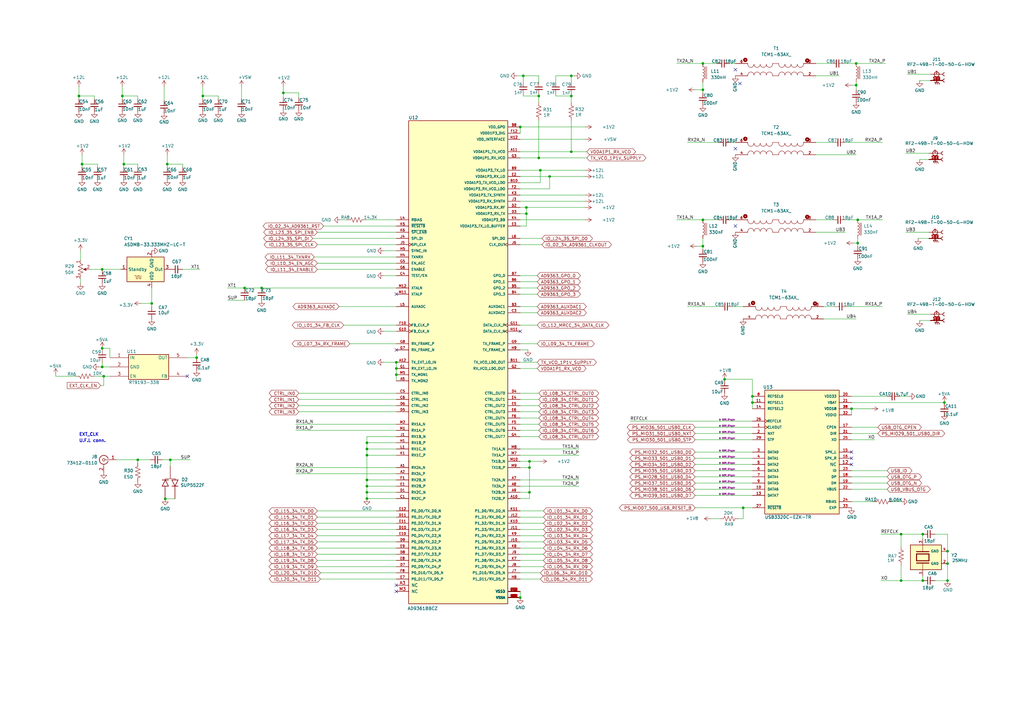
<source format=kicad_sch>
(kicad_sch (version 20231120) (generator "eeschema") (generator_version "8.0")
  (paper "A3")
  (junction (at 33.655 67.31))
  (junction (at 217.17 191.77))
  (junction (at 42.545 154.305))
  (junction (at 308.61 165.1))
  (junction (at 388.62 231.14))
  (junction (at 162.56 151.13))
  (junction (at 213.36 52.07))
  (junction (at 351.79 90.17))
  (junction (at 50.165 39.37))
  (junction (at 32.385 39.37))
  (junction (at 308.61 162.56))
  (junction (at 220.98 39.37))
  (junction (at 387.35 165.1))
  (junction (at 62.23 124.46))
  (junction (at 107.315 118.11))
  (junction (at 388.62 226.06))
  (junction (at 68.58 67.31))
  (junction (at 217.17 201.93))
  (junction (at 234.315 39.37))
  (junction (at 80.645 146.685))
  (junction (at 50.8 67.31))
  (junction (at 288.29 90.17))
  (junction (at 116.205 38.1))
  (junction (at 100.33 118.11))
  (junction (at 56.515 188.595))
  (junction (at 369.57 238.125))
  (junction (at 215.9 87.63))
  (junction (at 150.495 184.15))
  (junction (at 351.155 34.925))
  (junction (at 351.155 26.035))
  (junction (at 69.85 188.595))
  (junction (at 225.425 72.39))
  (junction (at 288.29 36.83))
  (junction (at 378.46 238.125))
  (junction (at 162.56 153.67))
  (junction (at 288.29 100.965))
  (junction (at 41.91 150.495))
  (junction (at 388.62 238.125))
  (junction (at 214.63 31.115))
  (junction (at 378.46 219.075))
  (junction (at 213.36 245.11))
  (junction (at 234.315 31.115))
  (junction (at 83.185 39.37))
  (junction (at 41.91 110.49))
  (junction (at 67.7542 204.597))
  (junction (at 150.495 181.61))
  (junction (at 297.18 155.575))
  (junction (at 150.495 186.69))
  (junction (at 150.495 199.39))
  (junction (at 150.495 204.47))
  (junction (at 150.495 201.93))
  (junction (at 150.495 196.85))
  (junction (at 351.79 99.695))
  (junction (at 162.56 148.59))
  (junction (at 349.25 167.64))
  (junction (at 369.57 219.075))
  (junction (at 215.9 85.09))
  (junction (at 304.8 208.28))
  (junction (at 234.315 62.23))
  (junction (at 288.29 26.035))
  (junction (at 217.17 189.23))
  (junction (at 41.91 142.875))
  (junction (at 220.98 64.77))
  (junction (at 221.615 69.85))
  (no_connect (at 301.625 60.96))
  (no_connect (at 349.25 190.5))
  (no_connect (at 76.835 154.305))
  (no_connect (at 213.36 135.89))
  (no_connect (at 162.56 240.03))
  (no_connect (at 349.25 185.42))
  (no_connect (at 162.56 143.51))
  (no_connect (at 303.4792 34.2646))
  (no_connect (at 301.625 92.71))
  (no_connect (at 301.625 28.575))
  (no_connect (at 162.56 242.57))
  (no_connect (at 162.56 120.65))
  (no_connect (at 349.25 187.96))
  (wire (pts (xy 308.61 162.56) (xy 308.61 165.1)))
  (wire (pts (xy 130.175 209.55) (xy 162.56 209.55)))
  (wire (pts (xy 213.36 52.07) (xy 240.03 52.07)))
  (wire (pts (xy 285.115 187.96) (xy 308.61 187.96)))
  (wire (pts (xy 68.58 63.5) (xy 68.58 67.31)))
  (wire (pts (xy 56.515 39.37) (xy 56.515 40.64)))
  (wire (pts (xy 50.165 35.56) (xy 50.165 39.37)))
  (wire (pts (xy 215.9 85.09) (xy 240.03 85.09)))
  (wire (pts (xy 388.62 231.14) (xy 388.62 238.125)))
  (wire (pts (xy 351.79 97.79) (xy 351.79 99.695)))
  (wire (pts (xy 121.285 176.53) (xy 162.56 176.53)))
  (wire (pts (xy 349.25 162.56) (xy 363.855 162.56)))
  (wire (pts (xy 214.63 39.37) (xy 220.98 39.37)))
  (wire (pts (xy 349.25 175.26) (xy 360.045 175.26)))
  (wire (pts (xy 149.86 90.17) (xy 162.56 90.17)))
  (wire (pts (xy 361.315 219.075) (xy 369.57 219.075)))
  (wire (pts (xy 41.91 110.49) (xy 41.91 111.125)))
  (wire (pts (xy 68.58 67.31) (xy 74.93 67.31)))
  (wire (pts (xy 213.36 151.13) (xy 220.345 151.13)))
  (wire (pts (xy 215.9 87.63) (xy 213.36 87.63)))
  (wire (pts (xy 378.46 238.125) (xy 378.46 236.22)))
  (wire (pts (xy 213.36 184.15) (xy 237.49 184.15)))
  (wire (pts (xy 41.91 142.875) (xy 41.91 143.51)))
  (wire (pts (xy 41.91 142.875) (xy 45.085 142.875)))
  (wire (pts (xy 288.29 36.83) (xy 288.29 38.1)))
  (wire (pts (xy 67.691 204.597) (xy 67.7542 204.597)))
  (wire (pts (xy 68.58 68.58) (xy 68.58 67.31)))
  (wire (pts (xy 285.115 180.34) (xy 308.61 180.34)))
  (wire (pts (xy 217.17 204.47) (xy 217.17 201.93)))
  (wire (pts (xy 162.56 148.59) (xy 162.56 151.13)))
  (wire (pts (xy 234.315 62.23) (xy 240.665 62.23)))
  (wire (pts (xy 234.315 31.115) (xy 235.585 31.115)))
  (wire (pts (xy 288.29 26.035) (xy 294.005 26.035)))
  (wire (pts (xy 349.885 99.695) (xy 351.79 99.695)))
  (wire (pts (xy 351.79 99.695) (xy 351.79 100.965)))
  (wire (pts (xy 213.36 97.79) (xy 222.25 97.79)))
  (wire (pts (xy 162.56 153.67) (xy 162.56 156.21)))
  (wire (pts (xy 213.36 217.17) (xy 222.885 217.17)))
  (wire (pts (xy 62.23 124.46) (xy 62.23 125.73)))
  (wire (pts (xy 42.545 154.305) (xy 42.545 158.115)))
  (wire (pts (xy 116.205 38.1) (xy 116.205 40.005)))
  (wire (pts (xy 56.515 188.595) (xy 56.515 189.865)))
  (wire (pts (xy 41.91 150.495) (xy 45.085 150.495)))
  (wire (pts (xy 41.91 148.59) (xy 41.91 150.495)))
  (wire (pts (xy 33.655 68.58) (xy 33.655 67.31)))
  (wire (pts (xy 57.785 124.46) (xy 62.23 124.46)))
  (wire (pts (xy 130.175 107.95) (xy 162.56 107.95)))
  (wire (pts (xy 150.495 179.07) (xy 150.495 181.61)))
  (wire (pts (xy 93.345 118.11) (xy 100.33 118.11)))
  (wire (pts (xy 150.495 201.93) (xy 150.495 204.47)))
  (wire (pts (xy 388.62 238.125) (xy 383.54 238.125)))
  (wire (pts (xy 220.98 64.77) (xy 213.36 64.77)))
  (wire (pts (xy 213.36 204.47) (xy 217.17 204.47)))
  (wire (pts (xy 150.495 184.15) (xy 162.56 184.15)))
  (wire (pts (xy 378.46 220.98) (xy 378.46 219.075)))
  (wire (pts (xy 213.36 163.83) (xy 220.98 163.83)))
  (wire (pts (xy 122.555 161.29) (xy 162.56 161.29)))
  (wire (pts (xy 121.285 191.77) (xy 162.56 191.77)))
  (wire (pts (xy 76.835 146.685) (xy 80.645 146.685)))
  (wire (pts (xy 69.85 188.595) (xy 78.105 188.595)))
  (wire (pts (xy 346.075 26.035) (xy 351.155 26.035)))
  (wire (pts (xy 42.545 158.115) (xy 41.275 158.115)))
  (wire (pts (xy 122.555 38.1) (xy 122.555 40.005)))
  (wire (pts (xy 38.735 39.37) (xy 38.735 40.64)))
  (wire (pts (xy 349.25 195.58) (xy 363.855 195.58)))
  (wire (pts (xy 388.62 219.075) (xy 388.62 226.06)))
  (wire (pts (xy 213.36 229.87) (xy 222.885 229.87)))
  (wire (pts (xy 372.11 30.48) (xy 381.635 30.48)))
  (wire (pts (xy 130.175 229.87) (xy 162.56 229.87)))
  (wire (pts (xy 369.57 219.075) (xy 378.46 219.075)))
  (wire (pts (xy 281.94 58.42) (xy 294.64 58.42)))
  (wire (pts (xy 361.315 238.125) (xy 369.57 238.125)))
  (wire (pts (xy 213.36 148.59) (xy 220.345 148.59)))
  (wire (pts (xy 143.51 140.97) (xy 162.56 140.97)))
  (wire (pts (xy 83.185 39.37) (xy 89.535 39.37)))
  (wire (pts (xy 213.36 140.97) (xy 220.345 140.97)))
  (wire (pts (xy 150.495 184.15) (xy 150.495 186.69)))
  (wire (pts (xy 220.98 64.77) (xy 240.665 64.77)))
  (wire (pts (xy 213.36 176.53) (xy 220.98 176.53)))
  (wire (pts (xy 157.48 135.89) (xy 162.56 135.89)))
  (wire (pts (xy 213.36 232.41) (xy 222.885 232.41)))
  (wire (pts (xy 38.735 154.305) (xy 42.545 154.305)))
  (wire (pts (xy 299.72 90.17) (xy 301.625 90.17)))
  (wire (pts (xy 213.36 143.51) (xy 216.535 143.51)))
  (wire (pts (xy 213.36 227.33) (xy 222.885 227.33)))
  (wire (pts (xy 116.205 38.1) (xy 122.555 38.1)))
  (wire (pts (xy 213.36 191.77) (xy 217.17 191.77)))
  (wire (pts (xy 285.115 175.26) (xy 308.61 175.26)))
  (wire (pts (xy 304.8 208.28) (xy 308.61 208.28)))
  (wire (pts (xy 234.315 31.115) (xy 234.315 33.655)))
  (wire (pts (xy 131.445 234.95) (xy 162.56 234.95)))
  (wire (pts (xy 369.57 205.74) (xy 365.76 205.74)))
  (wire (pts (xy 220.98 31.115) (xy 220.98 33.655)))
  (wire (pts (xy 67.7542 204.597) (xy 71.755 204.597)))
  (wire (pts (xy 214.63 31.115) (xy 220.98 31.115)))
  (wire (pts (xy 285.115 203.2) (xy 308.61 203.2)))
  (wire (pts (xy 83.185 35.56) (xy 83.185 39.37)))
  (wire (pts (xy 225.425 77.47) (xy 213.36 77.47)))
  (wire (pts (xy 213.36 214.63) (xy 222.885 214.63)))
  (wire (pts (xy 139.065 125.73) (xy 162.56 125.73)))
  (wire (pts (xy 285.115 198.12) (xy 308.61 198.12)))
  (wire (pts (xy 130.175 222.25) (xy 162.56 222.25)))
  (wire (pts (xy 40.64 150.495) (xy 41.91 150.495)))
  (wire (pts (xy 291.465 212.725) (xy 295.275 212.725)))
  (wire (pts (xy 302.895 212.725) (xy 304.8 212.725)))
  (wire (pts (xy 213.36 90.17) (xy 240.03 90.17)))
  (wire (pts (xy 157.48 102.87) (xy 162.56 102.87)))
  (wire (pts (xy 157.48 113.03) (xy 162.56 113.03)))
  (wire (pts (xy 130.175 217.17) (xy 162.56 217.17)))
  (wire (pts (xy 297.18 155.575) (xy 297.18 156.21)))
  (wire (pts (xy 213.36 120.65) (xy 220.345 120.65)))
  (wire (pts (xy 162.56 151.13) (xy 162.56 153.67)))
  (wire (pts (xy 130.175 110.49) (xy 162.56 110.49)))
  (wire (pts (xy 33.02 102.87) (xy 33.02 106.68)))
  (wire (pts (xy 122.555 163.83) (xy 162.56 163.83)))
  (wire (pts (xy 221.615 69.85) (xy 240.03 69.85)))
  (wire (pts (xy 383.54 219.075) (xy 388.62 219.075)))
  (wire (pts (xy 225.425 72.39) (xy 225.425 77.47)))
  (wire (pts (xy 99.06 35.56) (xy 99.06 40.64)))
  (wire (pts (xy 217.17 189.23) (xy 217.17 191.77)))
  (wire (pts (xy 285.115 190.5) (xy 308.61 190.5)))
  (wire (pts (xy 213.36 161.29) (xy 220.98 161.29)))
  (wire (pts (xy 89.535 39.37) (xy 89.535 40.64)))
  (wire (pts (xy 214.63 31.115) (xy 214.63 33.655)))
  (wire (pts (xy 299.72 58.42) (xy 301.625 58.42)))
  (wire (pts (xy 277.495 26.035) (xy 288.29 26.035)))
  (wire (pts (xy 349.25 180.34) (xy 358.775 180.34)))
  (wire (pts (xy 213.36 237.49) (xy 221.615 237.49)))
  (wire (pts (xy 150.495 196.85) (xy 150.495 199.39)))
  (wire (pts (xy 234.315 39.37) (xy 227.965 39.37)))
  (wire (pts (xy 217.17 189.23) (xy 221.615 189.23)))
  (wire (pts (xy 285.115 177.8) (xy 308.61 177.8)))
  (wire (pts (xy 308.61 155.575) (xy 308.61 162.56)))
  (wire (pts (xy 334.645 63.5) (xy 351.155 63.5)))
  (wire (pts (xy 130.175 95.25) (xy 162.56 95.25)))
  (wire (pts (xy 351.79 90.17) (xy 361.95 90.17)))
  (wire (pts (xy 281.94 125.73) (xy 295.275 125.73)))
  (wire (pts (xy 220.98 49.53) (xy 220.98 64.77)))
  (wire (pts (xy 140.97 133.35) (xy 162.56 133.35)))
  (wire (pts (xy 334.645 95.25) (xy 346.71 95.25)))
  (wire (pts (xy 377.19 65.405) (xy 381 65.405)))
  (wire (pts (xy 227.965 39.37) (xy 227.965 38.735)))
  (wire (pts (xy 213.36 179.07) (xy 220.98 179.07)))
  (wire (pts (xy 215.9 85.09) (xy 215.9 87.63)))
  (wire (pts (xy 74.93 67.31) (xy 74.93 68.58)))
  (wire (pts (xy 150.495 186.69) (xy 150.495 196.85)))
  (wire (pts (xy 227.965 31.115) (xy 234.315 31.115)))
  (wire (pts (xy 93.345 123.19) (xy 100.33 123.19)))
  (wire (pts (xy 150.495 196.85) (xy 162.56 196.85)))
  (wire (pts (xy 32.385 35.56) (xy 32.385 39.37)))
  (wire (pts (xy 349.25 177.8) (xy 360.045 177.8)))
  (wire (pts (xy 214.63 38.735) (xy 214.63 39.37)))
  (wire (pts (xy 45.085 142.875) (xy 45.085 146.685)))
  (wire (pts (xy 213.36 100.33) (xy 222.25 100.33)))
  (wire (pts (xy 121.285 194.31) (xy 162.56 194.31)))
  (wire (pts (xy 80.645 145.415) (xy 80.645 146.685)))
  (wire (pts (xy 213.36 219.71) (xy 222.885 219.71)))
  (wire (pts (xy 215.9 87.63) (xy 215.9 92.71)))
  (wire (pts (xy 130.175 214.63) (xy 162.56 214.63)))
  (wire (pts (xy 107.315 118.11) (xy 162.56 118.11)))
  (wire (pts (xy 234.315 39.37) (xy 234.315 41.91)))
  (wire (pts (xy 212.09 31.115) (xy 214.63 31.115)))
  (wire (pts (xy 139.7 90.17) (xy 142.24 90.17)))
  (wire (pts (xy 285.75 100.965) (xy 288.29 100.965)))
  (wire (pts (xy 213.36 224.79) (xy 222.885 224.79)))
  (wire (pts (xy 369.57 238.125) (xy 378.46 238.125)))
  (wire (pts (xy 213.36 212.09) (xy 222.885 212.09)))
  (wire (pts (xy 285.115 195.58) (xy 308.61 195.58)))
  (wire (pts (xy 50.8 63.5) (xy 50.8 67.31)))
  (wire (pts (xy 288.29 90.17) (xy 294.64 90.17)))
  (wire (pts (xy 213.36 242.57) (xy 213.36 245.11)))
  (wire (pts (xy 304.8 212.725) (xy 304.8 208.28)))
  (wire (pts (xy 33.655 67.31) (xy 40.005 67.31)))
  (wire (pts (xy 342.265 125.73) (xy 337.82 125.73)))
  (wire (pts (xy 150.495 181.61) (xy 150.495 184.15)))
  (wire (pts (xy 66.675 188.595) (xy 69.85 188.595)))
  (wire (pts (xy 69.85 188.595) (xy 69.85 191.135)))
  (wire (pts (xy 213.36 80.01) (xy 240.03 80.01)))
  (wire (pts (xy 369.57 224.155) (xy 369.57 219.075)))
  (wire (pts (xy 74.93 110.49) (xy 81.915 110.49)))
  (wire (pts (xy 213.36 186.69) (xy 237.49 186.69)))
  (wire (pts (xy 56.515 188.595) (xy 61.595 188.595)))
  (wire (pts (xy 128.905 105.41) (xy 162.56 105.41)))
  (wire (pts (xy 213.36 115.57) (xy 220.345 115.57)))
  (wire (pts (xy 371.475 62.865) (xy 381 62.865)))
  (wire (pts (xy 234.315 62.23) (xy 213.36 62.23)))
  (wire (pts (xy 116.205 35.56) (xy 116.205 38.1)))
  (wire (pts (xy 300.355 125.73) (xy 304.8 125.73)))
  (wire (pts (xy 346.71 90.17) (xy 351.79 90.17)))
  (wire (pts (xy 213.36 189.23) (xy 217.17 189.23)))
  (wire (pts (xy 351.155 34.925) (xy 351.155 36.83)))
  (wire (pts (xy 349.25 205.74) (xy 358.14 205.74)))
  (wire (pts (xy 122.555 168.91) (xy 162.56 168.91)))
  (wire (pts (xy 277.495 90.17) (xy 288.29 90.17)))
  (wire (pts (xy 213.36 222.25) (xy 222.885 222.25)))
  (wire (pts (xy 50.165 39.37) (xy 56.515 39.37)))
  (wire (pts (xy 220.98 38.735) (xy 220.98 39.37)))
  (wire (pts (xy 150.495 181.61) (xy 162.56 181.61)))
  (wire (pts (xy 213.36 128.27) (xy 220.345 128.27)))
  (wire (pts (xy 150.495 179.07) (xy 162.56 179.07)))
  (wire (pts (xy 162.56 204.47) (xy 150.495 204.47)))
  (wire (pts (xy 234.315 49.53) (xy 234.315 62.23)))
  (wire (pts (xy 213.36 173.99) (xy 220.98 173.99)))
  (wire (pts (xy 217.17 191.77) (xy 217.17 201.93)))
  (wire (pts (xy 40.005 67.31) (xy 40.005 68.58)))
  (wire (pts (xy 372.745 162.56) (xy 368.935 162.56)))
  (wire (pts (xy 213.36 113.03) (xy 220.345 113.03)))
  (wire (pts (xy 33.655 63.5) (xy 33.655 67.31)))
  (wire (pts (xy 377.19 33.02) (xy 381.635 33.02)))
  (wire (pts (xy 22.86 154.305) (xy 22.86 153.67)))
  (wire (pts (xy 67.31 35.56) (xy 67.31 41.275)))
  (wire (pts (xy 227.965 31.115) (xy 227.965 33.655)))
  (wire (pts (xy 349.25 198.12) (xy 363.855 198.12)))
  (wire (pts (xy 297.18 155.575) (xy 308.61 155.575)))
  (wire (pts (xy 128.27 97.79) (xy 162.56 97.79)))
  (wire (pts (xy 225.425 72.39) (xy 240.03 72.39)))
  (wire (pts (xy 100.33 118.11) (xy 107.315 118.11)))
  (wire (pts (xy 334.645 31.115) (xy 344.17 31.115)))
  (wire (pts (xy 376.555 97.79) (xy 381 97.79)))
  (wire (pts (xy 349.25 34.925) (xy 351.155 34.925)))
  (wire (pts (xy 83.185 40.64) (xy 83.185 39.37)))
  (wire (pts (xy 337.82 130.81) (xy 351.155 130.81)))
  (wire (pts (xy 334.645 58.42) (xy 341.63 58.42)))
  (wire (pts (xy 387.35 165.1) (xy 387.35 165.735)))
  (wire (pts (xy 130.175 232.41) (xy 162.56 232.41)))
  (wire (pts (xy 213.36 201.93) (xy 217.17 201.93)))
  (wire (pts (xy 150.495 186.69) (xy 162.56 186.69)))
  (wire (pts (xy 308.61 165.1) (xy 308.61 167.64)))
  (wire (pts (xy 349.25 167.64) (xy 349.25 170.18)))
  (wire (pts (xy 32.385 40.64) (xy 32.385 39.37)))
  (wire (pts (xy 347.345 125.73) (xy 361.95 125.73)))
  (wire (pts (xy 213.36 72.39) (xy 225.425 72.39)))
  (wire (pts (xy 387.35 169.545) (xy 387.35 170.815)))
  (wire (pts (xy 285.115 193.04) (xy 308.61 193.04)))
  (wire (pts (xy 349.25 167.64) (xy 357.505 167.64)))
  (wire (pts (xy 213.36 85.09) (xy 215.9 85.09)))
  (wire (pts (xy 285.115 200.66) (xy 308.61 200.66)))
  (wire (pts (xy 213.36 125.73) (xy 220.345 125.73)))
  (wire (pts (xy 56.515 67.31) (xy 56.515 68.58)))
  (wire (pts (xy 288.29 100.965) (xy 288.29 102.235)))
  (wire (pts (xy 32.385 39.37) (xy 38.735 39.37)))
  (wire (pts (xy 157.48 148.59) (xy 162.56 148.59)))
  (wire (pts (xy 131.445 237.49) (xy 162.56 237.49)))
  (wire (pts (xy 349.25 165.1) (xy 387.35 165.1)))
  (wire (pts (xy 346.71 58.42) (xy 361.95 58.42)))
  (wire (pts (xy 122.555 166.37) (xy 162.56 166.37)))
  (wire (pts (xy 22.86 154.305) (xy 31.115 154.305)))
  (wire (pts (xy 47.625 188.595) (xy 56.515 188.595)))
  (wire (pts (xy 121.285 173.99) (xy 162.56 173.99)))
  (wire (pts (xy 285.115 208.28) (xy 304.8 208.28)))
  (wire (pts (xy 213.36 57.15) (xy 240.03 57.15)))
  (wire (pts (xy 213.36 168.91) (xy 220.98 168.91)))
  (wire (pts (xy 130.175 224.79) (xy 162.56 224.79)))
  (wire (pts (xy 285.115 36.83) (xy 288.29 36.83)))
  (wire (pts (xy 371.475 95.25) (xy 381 95.25)))
  (wire (pts (xy 285.115 185.42) (xy 308.61 185.42)))
  (wire (pts (xy 213.36 52.07) (xy 213.36 54.61)))
  (wire (pts (xy 130.175 212.09) (xy 162.56 212.09)))
  (wire (pts (xy 220.98 39.37) (xy 220.98 41.91)))
  (wire (pts (xy 42.545 154.305) (xy 45.085 154.305)))
  (wire (pts (xy 349.25 200.66) (xy 363.855 200.66)))
  (wire (pts (xy 36.83 110.49) (xy 41.91 110.49)))
  (wire (pts (xy 213.36 234.95) (xy 221.615 234.95)))
  (wire (pts (xy 132.715 92.71) (xy 162.56 92.71)))
  (wire (pts (xy 334.645 26.035) (xy 340.995 26.035)))
  (wire (pts (xy 341.63 90.17) (xy 334.645 90.17)))
  (wire (pts (xy 288.29 33.655) (xy 288.29 36.83)))
  (wire (pts (xy 130.175 100.33) (xy 162.56 100.33)))
  (wire (pts (xy 213.36 133.35) (xy 220.345 133.35)))
  (wire (pts (xy 150.495 201.93) (xy 162.56 201.93)))
  (wire (pts (xy 150.495 199.39) (xy 150.495 201.93)))
  (wire (pts (xy 349.25 193.04) (xy 363.855 193.04)))
  (wire (pts (xy 299.085 26.035) (xy 301.625 26.035)))
  (wire (pts (xy 372.11 128.905) (xy 381.635 128.905)))
  (wire (pts (xy 351.155 26.035) (xy 363.22 26.035)))
  (wire (pts (xy 213.36 118.11) (xy 220.345 118.11)))
  (wire (pts (xy 258.445 172.72) (xy 308.61 172.72)))
  (wire (pts (xy 213.36 74.93) (xy 221.615 74.93)))
  (wire (pts (xy 50.8 68.58) (xy 50.8 67.31)))
  (wire (pts (xy 162.56 199.39) (xy 150.495 199.39)))
  (wire (pts (xy 237.49 199.39) (xy 213.36 199.39)))
  (wire (pts (xy 213.36 82.55) (xy 240.03 82.55)))
  (wire (pts (xy 221.615 69.85) (xy 221.615 74.93)))
  (wire (pts (xy 130.175 227.33) (xy 162.56 227.33)))
  (wire (pts (xy 213.36 166.37) (xy 220.98 166.37)))
  (wire (pts (xy 234.315 38.735) (xy 234.315 39.37)))
  (wire (pts (xy 50.8 67.31) (xy 56.515 67.31)))
  (wire (pts (xy 377.19 131.445) (xy 381.635 131.445)))
  (wire (pts (xy 62.23 118.11) (xy 62.23 124.46)))
  (wire (pts (xy 130.175 219.71) (xy 162.56 219.71)))
  (wire (pts (xy 213.36 171.45) (xy 220.98 171.45)))
  (wire (pts (xy 351.155 33.655) (xy 351.155 34.925)))
  (wire (pts (xy 369.57 238.125) (xy 369.57 231.775)))
  (wire (pts (xy 221.615 69.85) (xy 213.36 69.85)))
  (wire (pts (xy 288.29 97.79) (xy 288.29 100.965)))
  (wire (pts (xy 215.9 92.71) (xy 213.36 92.71)))
  (wire (pts (xy 237.49 196.85) (xy 213.36 196.85)))
  (wire (pts (xy 33.02 116.205) (xy 33.02 114.3)))
  (wire (pts (xy 50.165 40.64) (xy 50.165 39.37)))
  (wire (pts (xy 41.91 110.49) (xy 49.53 110.49)))
  (wire (pts (xy 213.36 209.55) (xy 222.885 209.55)))
  (wire (pts (xy 388.62 226.06) (xy 388.62 231.14)))
  (text "EXT_CLK" (at 32.385 179.07 0) (effects (font (size 1.27 1.27) (thickness 0.254) (bold yes)) (justify left bottom)))
  (text "U.F.L conn.\n" (at 32.385 181.61 0) (effects (font (size 1.27 1.27) (thickness 0.254) (bold yes)) (justify left bottom)))
  (label "UB1" (at 372.11 30.48 0))
  (label "XO" (at 358.775 180.34 180))
  (label "RX1A_P" (at 361.95 125.73 180))
  (label "RX2A_N" (at 281.94 58.42 0))
  (label "TX2A_P" (at 237.49 199.39 180))
  (label "TX1A_P" (at 361.95 90.17 180))
  (label "UB3" (at 371.475 95.25 0))
  (label "XT1" (at 81.915 110.49 180))
  (label "XO" (at 361.315 238.125 0))
  (label "UB4" (at 372.11 128.905 0))
  (label "UB2" (at 351.155 63.5 180))
  (label "RX1A_N" (at 281.94 125.73 0))
  (label "REFCLK" (at 258.445 172.72 0))
  (label "TX2A_N" (at 237.49 196.85 180))
  (label "XT1" (at 93.345 118.11 0))
  (label "RX2A_N" (at 121.285 191.77 0))
  (label "RX1A_N" (at 121.285 173.99 0))
  (label "UB1" (at 344.17 31.115 180))
  (label "TX1A_N" (at 277.495 90.17 0))
  (label "UB4" (at 351.155 130.81 180))
  (label "SUP" (at 93.345 123.19 0))
  (label "UB3" (at 346.71 95.25 180))
  (label "TX2A_N" (at 277.495 26.035 0))
  (label "REFCLK" (at 361.315 219.075 0))
  (label "RX2A_P" (at 121.285 194.31 0))
  (label "TX2A_P" (at 363.22 26.035 180))
  (label "TX1A_N" (at 237.49 184.15 180))
  (label "UB2" (at 371.475 62.865 0))
  (label "RX2A_P" (at 361.95 58.42 180))
  (label "TX1A_P" (at 237.49 186.69 180))
  (label "RX1A_P" (at 121.285 176.53 0))
  (label "SUP" (at 78.105 188.595 180))
  (global_label "IO_L24_35_SPI_DI" (shape bidirectional) (at 128.27 97.79 180) (property "Intersheetrefs" "${INTERSHEET_REFS}" (effects (hide yes))))
  (global_label "IO_L01_34_RX_D1" (shape bidirectional) (at 222.885 212.09 0) (property "Intersheetrefs" "${INTERSHEET_REFS}" (effects (hide yes))))
  (global_label "AD9363_GPO_1" (shape bidirectional) (at 220.345 115.57 0) (property "Intersheetrefs" "${INTERSHEET_REFS}" (effects (hide yes))))
  (global_label "IO_L07_34_RX_FRAME" (shape bidirectional) (at 143.51 140.97 180) (property "Intersheetrefs" "${INTERSHEET_REFS}" (effects (hide yes))))
  (global_label "PS_MIO28_501_USB0_D4" (shape bidirectional) (at 285.115 195.58 180) (property "Intersheetrefs" "${INTERSHEET_REFS}" (effects (hide yes))))
  (global_label "PS_MIO30_501_USB0_STP" (shape bidirectional) (at 285.115 180.34 180) (property "Intersheetrefs" "${INTERSHEET_REFS}" (effects (hide yes))))
  (global_label "IO_L03_34_RX_D4" (shape bidirectional) (at 222.885 219.71 0) (property "Intersheetrefs" "${INTERSHEET_REFS}" (effects (hide yes))))
  (global_label "PS_MIO31_501_USB0_NXT" (shape bidirectional) (at 285.115 177.8 180) (property "Intersheetrefs" "${INTERSHEET_REFS}" (effects (hide yes))))
  (global_label "IO_L08_34_CTRL_OUT5" (shape bidirectional) (at 220.98 173.99 0) (property "Intersheetrefs" "${INTERSHEET_REFS}" (effects (hide yes))))
  (global_label "IO_L08_34_CTRL_OUT4" (shape bidirectional) (at 220.98 171.45 0) (property "Intersheetrefs" "${INTERSHEET_REFS}" (effects (hide yes))))
  (global_label "IO_L18_34_TX_D6" (shape bidirectional) (at 130.175 224.79 180) (property "Intersheetrefs" "${INTERSHEET_REFS}" (effects (hide yes))))
  (global_label "IO_L09_34_TX_FRAME" (shape bidirectional) (at 220.345 140.97 0) (property "Intersheetrefs" "${INTERSHEET_REFS}" (effects (hide yes))))
  (global_label "USB_ID" (shape bidirectional) (at 363.855 193.04 0) (property "Intersheetrefs" "${INTERSHEET_REFS}" (effects (hide yes))))
  (global_label "IO_L12_MRCC_34_DATA_CLK" (shape bidirectional) (at 220.345 133.35 0) (property "Intersheetrefs" "${INTERSHEET_REFS}" (effects (hide yes))))
  (global_label "PS_MIO37_501_USB0_D5" (shape bidirectional) (at 285.115 198.12 180) (property "Intersheetrefs" "${INTERSHEET_REFS}" (effects (hide yes))))
  (global_label "IO_L19_34_TX_D8" (shape bidirectional) (at 130.175 229.87 180) (property "Intersheetrefs" "${INTERSHEET_REFS}" (effects (hide yes))))
  (global_label "PS_MIO07_500_USB_RESET_B" (shape bidirectional) (at 285.115 208.28 180) (property "Intersheetrefs" "${INTERSHEET_REFS}" (effects (hide yes))))
  (global_label "PS_MIO35_501_USB0_D3" (shape bidirectional) (at 285.115 193.04 180) (property "Intersheetrefs" "${INTERSHEET_REFS}" (effects (hide yes))))
  (global_label "IO_L11_34_TXNRX" (shape bidirectional) (at 128.905 105.41 180) (property "Intersheetrefs" "${INTERSHEET_REFS}" (effects (hide yes))))
  (global_label "USB_VBUS_OTG" (shape bidirectional) (at 363.855 200.66 0) (property "Intersheetrefs" "${INTERSHEET_REFS}" (effects (hide yes))))
  (global_label "AD9363_AUXDAC1" (shape bidirectional) (at 220.345 125.73 0) (property "Intersheetrefs" "${INTERSHEET_REFS}" (effects (hide yes))))
  (global_label "PS_MIO36_501_USB0_CLK" (shape bidirectional) (at 285.115 175.26 180) (property "Intersheetrefs" "${INTERSHEET_REFS}" (effects (hide yes))))
  (global_label "USB_OTG_N" (shape bidirectional) (at 363.855 198.12 0) (property "Intersheetrefs" "${INTERSHEET_REFS}" (effects (hide yes))))
  (global_label "IO_L08_34_CTRL_OUT0" (shape bidirectional) (at 220.98 161.29 0) (property "Intersheetrefs" "${INTERSHEET_REFS}" (effects (hide yes))))
  (global_label "IO_L08_34_CTRL_OUT6" (shape bidirectional) (at 220.98 176.53 0) (property "Intersheetrefs" "${INTERSHEET_REFS}" (effects (hide yes))))
  (global_label "IO_L17_34_TX_D4" (shape bidirectional) (at 130.175 219.71 180) (property "Intersheetrefs" "${INTERSHEET_REFS}" (effects (hide yes))))
  (global_label "IO_L17_34_TX_D5" (shape bidirectional) (at 130.175 222.25 180) (property "Intersheetrefs" "${INTERSHEET_REFS}" (effects (hide yes))))
  (global_label "AD9363_AUXDAC2" (shape bidirectional) (at 220.345 128.27 0) (property "Intersheetrefs" "${INTERSHEET_REFS}" (effects (hide yes))))
  (global_label "IO_L08_34_CTRL_OUT7" (shape bidirectional) (at 220.98 179.07 0) (property "Intersheetrefs" "${INTERSHEET_REFS}" (effects (hide yes))))
  (global_label "IO_L05_34_RX_D8" (shape bidirectional) (at 222.885 229.87 0) (property "Intersheetrefs" "${INTERSHEET_REFS}" (effects (hide yes))))
  (global_label "CTRL_IN0" (shape bidirectional) (at 122.555 161.29 180) (property "Intersheetrefs" "${INTERSHEET_REFS}" (effects (hide yes))))
  (global_label "AD9363_GPO_2" (shape bidirectional) (at 220.345 118.11 0) (property "Intersheetrefs" "${INTERSHEET_REFS}" (effects (hide yes))))
  (global_label "IO_L06_34_RX_D10" (shape bidirectional) (at 221.615 234.95 0) (property "Intersheetrefs" "${INTERSHEET_REFS}" (effects (hide yes))))
  (global_label "IO_L20_34_TX_D10" (shape bidirectional) (at 131.445 234.95 180) (property "Intersheetrefs" "${INTERSHEET_REFS}" (effects (hide yes))))
  (global_label "AD9363_AUXADC" (shape bidirectional) (at 139.065 125.73 180) (property "Intersheetrefs" "${INTERSHEET_REFS}" (effects (hide yes))))
  (global_label "IO_L05_34_RX_D9" (shape bidirectional) (at 222.885 232.41 0) (property "Intersheetrefs" "${INTERSHEET_REFS}" (effects (hide yes))))
  (global_label "IO_L08_34_CTRL_OUT3" (shape bidirectional) (at 220.98 168.91 0) (property "Intersheetrefs" "${INTERSHEET_REFS}" (effects (hide yes))))
  (global_label "IO_L04_34_RX_D7" (shape bidirectional) (at 222.885 227.33 0) (property "Intersheetrefs" "${INTERSHEET_REFS}" (effects (hide yes))))
  (global_label "TX_VCO_1P1V_SUPPLY" (shape bidirectional) (at 240.665 64.77 0) (property "Intersheetrefs" "${INTERSHEET_REFS}" (effects (hide yes))))
  (global_label "IO_02_34_AD9361_RST" (shape bidirectional) (at 132.715 92.71 180) (property "Intersheetrefs" "${INTERSHEET_REFS}" (effects (hide yes))))
  (global_label "PS_MIO29_501_USB0_DIR" (shape bidirectional) (at 360.045 177.8 0) (property "Intersheetrefs" "${INTERSHEET_REFS}" (effects (hide yes))))
  (global_label "IO_L19_34_TX_D9" (shape bidirectional) (at 130.175 232.41 180) (property "Intersheetrefs" "${INTERSHEET_REFS}" (effects (hide yes))))
  (global_label "IO_L15_34_TX_D0" (shape bidirectional) (at 130.175 209.55 180) (property "Intersheetrefs" "${INTERSHEET_REFS}" (effects (hide yes))))
  (global_label "VDDA1P1_RX_VCO" (shape bidirectional) (at 220.345 151.13 0) (property "Intersheetrefs" "${INTERSHEET_REFS}" (effects (hide yes))))
  (global_label "IO_L10_34_EN_AGC" (shape bidirectional) (at 130.175 107.95 180) (property "Intersheetrefs" "${INTERSHEET_REFS}" (effects (hide yes))))
  (global_label "PS_MIO38_501_USB0_D6" (shape bidirectional) (at 285.115 200.66 180) (property "Intersheetrefs" "${INTERSHEET_REFS}" (effects (hide yes))))
  (global_label "AD9363_GPO_0" (shape bidirectional) (at 220.345 113.03 0) (property "Intersheetrefs" "${INTERSHEET_REFS}" (effects (hide yes))))
  (global_label "AD9363_GPO_3" (shape bidirectional) (at 220.345 120.65 0) (property "Intersheetrefs" "${INTERSHEET_REFS}" (effects (hide yes))))
  (global_label "IO_L08_34_CTRL_OUT2" (shape bidirectional) (at 220.98 166.37 0) (property "Intersheetrefs" "${INTERSHEET_REFS}" (effects (hide yes))))
  (global_label "IO_L02_34_RX_D3" (shape bidirectional) (at 222.885 217.17 0) (property "Intersheetrefs" "${INTERSHEET_REFS}" (effects (hide yes))))
  (global_label "PS_MIO33_501_USB0_D1" (shape bidirectional) (at 285.115 187.96 180) (property "Intersheetrefs" "${INTERSHEET_REFS}" (effects (hide yes))))
  (global_label "IO_L01_34_RX_D0" (shape bidirectional) (at 222.885 209.55 0) (property "Intersheetrefs" "${INTERSHEET_REFS}" (effects (hide yes))))
  (global_label "IO_L02_34_RX_D2" (shape bidirectional) (at 222.885 214.63 0) (property "Intersheetrefs" "${INTERSHEET_REFS}" (effects (hide yes))))
  (global_label "CTRL_IN3" (shape bidirectional) (at 122.555 168.91 180) (property "Intersheetrefs" "${INTERSHEET_REFS}" (effects (hide yes))))
  (global_label "IO_L15_34_TX_D1" (shape bidirectional) (at 130.175 212.09 180) (property "Intersheetrefs" "${INTERSHEET_REFS}" (effects (hide yes))))
  (global_label "IO_L24_35_SPI_D0" (shape bidirectional) (at 222.25 97.79 0) (property "Intersheetrefs" "${INTERSHEET_REFS}" (effects (hide yes))))
  (global_label "IO_L06_34_RX_D11" (shape bidirectional) (at 221.615 237.49 0) (property "Intersheetrefs" "${INTERSHEET_REFS}" (effects (hide yes))))
  (global_label "USB_OTG_CPEN" (shape bidirectional) (at 360.045 175.26 0) (property "Intersheetrefs" "${INTERSHEET_REFS}" (effects (hide yes))))
  (global_label "IO_L16_34_TX_D2" (shape bidirectional) (at 130.175 214.63 180) (property "Intersheetrefs" "${INTERSHEET_REFS}" (effects (hide yes))))
  (global_label "IO_L03_34_RX_D5" (shape bidirectional) (at 222.885 222.25 0) (property "Intersheetrefs" "${INTERSHEET_REFS}" (effects (hide yes))))
  (global_label "PS_MIO34_501_USB0_D2" (shape bidirectional) (at 285.115 190.5 180) (property "Intersheetrefs" "${INTERSHEET_REFS}" (effects (hide yes))))
  (global_label "CTRL_IN1" (shape bidirectional) (at 122.555 163.83 180) (property "Intersheetrefs" "${INTERSHEET_REFS}" (effects (hide yes))))
  (global_label "IO_L16_34_TX_D3" (shape bidirectional) (at 130.175 217.17 180) (property "Intersheetrefs" "${INTERSHEET_REFS}" (effects (hide yes))))
  (global_label "IO_L04_34_RX_D6" (shape bidirectional) (at 222.885 224.79 0) (property "Intersheetrefs" "${INTERSHEET_REFS}" (effects (hide yes))))
  (global_label "PS_MIO39_501_USB0_D7" (shape bidirectional) (at 285.115 203.2 180) (property "Intersheetrefs" "${INTERSHEET_REFS}" (effects (hide yes))))
  (global_label "IO_L23_35_SPI_ENB" (shape bidirectional) (at 130.175 95.25 180) (property "Intersheetrefs" "${INTERSHEET_REFS}" (effects (hide yes))))
  (global_label "IO_L01_34_FB_CLK" (shape bidirectional) (at 140.97 133.35 180) (property "Intersheetrefs" "${INTERSHEET_REFS}" (effects (hide yes))))
  (global_label "IO_L23_35_SPI_CLK" (shape bidirectional) (at 130.175 100.33 180) (property "Intersheetrefs" "${INTERSHEET_REFS}" (effects (hide yes))))
  (global_label "TX_VCO_1P1V_SUPPLY" (shape bidirectional) (at 220.345 148.59 0) (property "Intersheetrefs" "${INTERSHEET_REFS}" (effects (hide yes))))
  (global_label "VDDA1P1_RX_VCO" (shape bidirectional) (at 240.665 62.23 0) (property "Intersheetrefs" "${INTERSHEET_REFS}" (effects (hide yes))))
  (global_label "IO_L18_34_TX_D7" (shape bidirectional) (at 130.175 227.33 180) (property "Intersheetrefs" "${INTERSHEET_REFS}" (effects (hide yes))))
  (global_label "PS_MIO32_501_USB0_D0" (shape bidirectional) (at 285.115 185.42 180) (property "Intersheetrefs" "${INTERSHEET_REFS}" (effects (hide yes))))
  (global_label "IO_L20_34_TX_D11" (shape bidirectional) (at 131.445 237.49 180) (property "Intersheetrefs" "${INTERSHEET_REFS}" (effects (hide yes))))
  (global_label "EXT_CLK_EN" (shape input) (at 41.275 158.115 180) (property "Intersheetrefs" "${INTERSHEET_REFS}" (effects (hide yes))))
  (global_label "USB_OTG_P" (shape bidirectional) (at 363.855 195.58 0) (property "Intersheetrefs" "${INTERSHEET_REFS}" (effects (hide yes))))
  (global_label "IO_L11_34_ENABLE" (shape bidirectional) (at 130.175 110.49 180) (property "Intersheetrefs" "${INTERSHEET_REFS}" (effects (hide yes))))
  (global_label "CTRL_IN2" (shape bidirectional) (at 122.555 166.37 180) (property "Intersheetrefs" "${INTERSHEET_REFS}" (effects (hide yes))))
  (global_label "IO_L08_34_CTRL_OUT1" (shape bidirectional) (at 220.98 163.83 0) (property "Intersheetrefs" "${INTERSHEET_REFS}" (effects (hide yes))))
  (global_label "IO_02_34_AD9361_CLKOUT" (shape bidirectional) (at 222.25 100.33 0) (property "Intersheetrefs" "${INTERSHEET_REFS}" (effects (hide yes))))
  (netclass_flag "" (length 0.635) (shape dot) (at 295.275 200.66 0) (property "Netclass" "50R_Single" (at 295.9735 200.025 0) (effects (font (size 0.635 0.635) (italic yes)) (justify left))))
  (netclass_flag "" (length 0.635) (shape dot) (at 295.275 193.04 0) (property "Netclass" "50R_Single" (at 295.9735 192.405 0) (effects (font (size 0.635 0.635) (italic yes)) (justify left))))
  (netclass_flag "" (length 0.635) (shape dot) (at 295.275 175.26 0) (property "Netclass" "50R_Single" (at 295.9735 174.625 0) (effects (font (size 0.635 0.635) (italic yes)) (justify left))))
  (netclass_flag "" (length 0.635) (shape dot) (at 295.275 203.2 0) (property "Netclass" "50R_Single" (at 295.9735 202.565 0) (effects (font (size 0.635 0.635) (italic yes)) (justify left))))
  (netclass_flag "" (length 0.635) (shape dot) (at 295.275 180.34 0) (property "Netclass" "50R_Single" (at 295.9735 179.705 0) (effects (font (size 0.635 0.635) (italic yes)) (justify left))))
  (netclass_flag "" (length 0.635) (shape dot) (at 295.275 185.42 0) (property "Netclass" "50R_Single" (at 295.9735 184.785 0) (effects (font (size 0.635 0.635) (italic yes)) (justify left))))
  (netclass_flag "" (length 0.635) (shape dot) (at 295.275 195.58 0) (property "Netclass" "50R_Single" (at 295.9735 194.945 0) (effects (font (size 0.635 0.635) (italic yes)) (justify left))))
  (netclass_flag "" (length 0.635) (shape dot) (at 295.275 198.12 0) (property "Netclass" "50R_Single" (at 295.9735 197.485 0) (effects (font (size 0.635 0.635) (italic yes)) (justify left))))
  (netclass_flag "" (length 0.635) (shape dot) (at 295.275 177.8 0) (property "Netclass" "50R_Single" (at 295.9735 177.165 0) (effects (font (size 0.635 0.635) (italic yes)) (justify left))))
  (netclass_flag "" (length 0.635) (shape dot) (at 295.275 190.5 0) (property "Netclass" "50R_Single" (at 295.9735 189.865 0) (effects (font (size 0.635 0.635) (italic yes)) (justify left))))
  (netclass_flag "" (length 0.635) (shape dot) (at 295.275 187.96 0) (property "Netclass" "50R_Single" (at 295.9735 187.325 0) (effects (font (size 0.635 0.635) (italic yes)) (justify left))))
  (netclass_flag "" (length 0.635) (shape dot) (at 295.275 172.72 0) (property "Netclass" "50R_Single" (at 295.9735 172.085 0) (effects (font (size 0.635 0.635) (italic yes)) (justify left))))
  (symbol (lib_id "power:+12L") (at 50.165 35.56 0) (unit 1)
    (property "Reference" "#PWR0135" (effects (hide yes)))
    (property "Value" "+12L" (at 50.038 31.75 0))
  )
  (symbol (lib_name "GND_1") (lib_id "power:GND") (at 301.625 31.115 0) (unit 1)
    (property "Reference" "#PWR0190" (effects (hide yes)))
    (property "Value" "GND" (at 301.498 35.687 90))
  )
  (symbol (lib_id "Device:C_Small") (at 122.555 42.545 0) (unit 1)
    (property "Reference" "C75" (at 122.682 41.021 0) (effects (justify left)))
    (property "Value" "10nF" (at 122.936 44.196 0) (effects (justify left)))
    (property "Footprint" "Capacitor_SMD:C_0402_1005Metric_Pad0.74x0.62mm_HandSolder" (effects (hide yes)))
  )
  (symbol (lib_id "Device:C_Small") (at 381 219.075 90) (unit 1)
    (property "Reference" "CA5" (at 382.778 216.154 90) (effects (justify left)))
    (property "Value" "18pF" (at 383.794 221.869 90) (effects (justify left)))
    (property "Footprint" "Capacitor_SMD:C_0402_1005Metric_Pad0.74x0.62mm_HandSolder" (effects (hide yes)))
  )
  (symbol (lib_id "Device:C_Small") (at 227.965 36.195 0) (unit 1)
    (property "Reference" "C78" (at 223.901 34.671 0) (effects (justify left)))
    (property "Value" "1nF" (at 224.155 37.973 0) (effects (justify left)))
    (property "Footprint" "Capacitor_SMD:C_0402_1005Metric_Pad0.74x0.62mm_HandSolder" (effects (hide yes)))
  )
  (symbol (lib_id "Device:C_Small") (at 220.98 36.195 0) (unit 1)
    (property "Reference" "C77" (at 217.17 34.544 0) (effects (justify left)))
    (property "Value" "1nF" (at 217.17 37.973 0) (effects (justify left)))
    (property "Footprint" "Capacitor_SMD:C_0402_1005Metric_Pad0.74x0.62mm_HandSolder" (effects (hide yes)))
  )
  (symbol (lib_id "Device:C_Small") (at 297.18 158.75 180) (unit 1)
    (property "Reference" "CA9" (at 296.799 156.972 0) (effects (justify left)))
    (property "Value" "10uF" (at 296.672 160.655 0) (effects (justify left)))
    (property "Footprint" "Capacitor_SMD:C_0603_1608Metric_Pad1.08x0.95mm_HandSolder" (effects (hide yes)))
  )
  (symbol (lib_id "Device:C_Small") (at 62.23 128.27 0) (unit 1)
    (property "Reference" "CA7" (at 64.897 126.111 0) (effects (justify left)))
    (property "Value" "10uF" (at 64.77 128.27 0) (effects (justify left)))
    (property "Footprint" "Capacitor_SMD:C_0603_1608Metric_Pad1.08x0.95mm_HandSolder" (effects (hide yes)))
  )
  (symbol (lib_name "+1V8_1") (lib_id "power:+1V8") (at 291.465 212.725 90) (unit 1)
    (property "Reference" "#PWR0185" (effects (hide yes)))
    (property "Value" "+1V8" (at 281.178 212.598 90) (effects (justify right)))
  )
  (symbol (lib_id "RF2-49B-T-00-50-G-HDW:RF2-49B-T-00-50-G-HDW") (at 384.175 30.48 0) (mirror y) (unit 1)
    (property "Reference" "J11" (at 384.1531 24.3474 0))
    (property "Value" "RF2-49B-T-00-50-G-HDW" (at 385.8793 26.4189 0))
    (property "Footprint" "Connector_Coaxial:SMA_Amphenol_132134-11_Vertical" (effects (hide yes)))
    (property "PARTREV" "7/20/16" (effects (hide yes)))
    (property "STANDARD" "Manufacturer Recommendations" (effects (hide yes)))
    (property "SNAPEDA_PN" "RF2-49B-T-00-50-G-HDW" (effects (hide yes)))
    (property "MAXIMUM_PACKAGE_HEIGHT" "10.45mm" (effects (hide yes)))
    (property "MANUFACTURER" "Adam Tech" (effects (hide yes)))
  )
  (symbol (lib_id "RF2-49B-T-00-50-G-HDW:RF2-49B-T-00-50-G-HDW") (at 383.54 62.865 0) (mirror y) (unit 1)
    (property "Reference" "J9" (at 383.5181 56.7324 0))
    (property "Value" "RF2-49B-T-00-50-G-HDW" (at 385.2443 58.8039 0))
    (property "Footprint" "Connector_Coaxial:SMA_Amphenol_132134-11_Vertical" (effects (hide yes)))
    (property "PARTREV" "7/20/16" (effects (hide yes)))
    (property "STANDARD" "Manufacturer Recommendations" (effects (hide yes)))
    (property "SNAPEDA_PN" "RF2-49B-T-00-50-G-HDW" (effects (hide yes)))
    (property "MAXIMUM_PACKAGE_HEIGHT" "10.45mm" (effects (hide yes)))
    (property "MANUFACTURER" "Adam Tech" (effects (hide yes)))
  )
  (symbol (lib_id "Device:C_Small") (at 68.58 71.12 0) (unit 1)
    (property "Reference" "C66" (at 68.58 69.596 0) (effects (justify left)))
    (property "Value" "10nF" (at 68.58 72.771 0) (effects (justify left)))
    (property "Footprint" "Capacitor_SMD:C_0402_1005Metric_Pad0.74x0.62mm_HandSolder" (effects (hide yes)))
  )
  (symbol (lib_id "power:+12L") (at 240.03 82.55 270) (unit 1)
    (property "Reference" "#PWR0180" (effects (hide yes)))
    (property "Value" "+12L" (at 242.57 82.55 90) (effects (justify left)))
  )
  (symbol (lib_name "+5VA_2") (lib_id "power:+5VA") (at 22.86 153.67 0) (unit 1)
    (property "Reference" "#PWR0123" (effects (hide yes)))
    (property "Value" "+5VA" (at 22.606 150.114 0))
  )
  (symbol (lib_id "Device:C_Small") (at 50.165 43.18 0) (unit 1)
    (property "Reference" "C60" (at 50.165 41.656 0) (effects (justify left)))
    (property "Value" "10nF" (at 50.165 44.704 0) (effects (justify left)))
    (property "Footprint" "Capacitor_SMD:C_0402_1005Metric_Pad0.74x0.62mm_HandSolder" (effects (hide yes)))
  )
  (symbol (lib_name "GND_1") (lib_id "power:GND") (at 377.19 33.02 0) (unit 1)
    (property "Reference" "#PWR0203" (effects (hide yes)))
    (property "Value" "GND" (at 377.19 37.084 0))
  )
  (symbol (lib_id "Device:C_Small") (at 41.91 146.05 0) (mirror y) (unit 1)
    (property "Reference" "C59" (at 41.529 144.399 0) (effects (justify left)))
    (property "Value" "10uF" (at 41.656 147.701 0) (effects (justify left)))
    (property "Footprint" "Capacitor_SMD:C_0603_1608Metric_Pad1.08x0.95mm_HandSolder" (effects (hide yes)))
  )
  (symbol (lib_id "Device:C_Small") (at 297.815 125.73 90) (unit 1)
    (property "Reference" "C85" (at 297.053 124.841 90) (effects (justify left)))
    (property "Value" "18pF" (at 303.403 124.841 90) (effects (justify left)))
    (property "Footprint" "Capacitor_SMD:C_0402_1005Metric_Pad0.74x0.62mm_HandSolder" (effects (hide yes)))
  )
  (symbol (lib_id "Device:C_Small") (at 344.17 58.42 270) (unit 1)
    (property "Reference" "C87" (at 339.471 57.531 90) (effects (justify left)))
    (property "Value" "18pF" (at 345.313 57.531 90) (effects (justify left)))
    (property "Footprint" "Capacitor_SMD:C_0402_1005Metric_Pad0.74x0.62mm_HandSolder" (effects (hide yes)))
  )
  (symbol (lib_id "power:+1V2") (at 240.03 85.09 270) (unit 1)
    (property "Reference" "#PWR0181" (effects (hide yes)))
    (property "Value" "+1V2" (at 249.555 85.09 90))
  )
  (symbol (lib_name "GND_1") (lib_id "power:GND") (at 107.315 123.19 0) (unit 1)
    (property "Reference" "#PWR0160" (effects (hide yes)))
    (property "Value" "GND" (at 107.315 127.254 0))
  )
  (symbol (lib_id "Device:R_US") (at 220.98 45.72 0) (unit 1)
    (property "Reference" "R31" (at 222.659 44.9941 0) (effects (justify left)))
    (property "Value" "1R" (at 222.8403 47.2161 0) (effects (justify left)))
    (property "Footprint" "Resistor_SMD:R_0402_1005Metric_Pad0.72x0.64mm_HandSolder" (effects (hide yes)))
  )
  (symbol (lib_name "GND_1") (lib_id "power:GND") (at 377.19 131.445 0) (unit 1)
    (property "Reference" "#PWR0205" (effects (hide yes)))
    (property "Value" "GND" (at 377.19 135.509 0))
  )
  (symbol (lib_id "Device:C_Small") (at 56.515 43.18 0) (unit 1)
    (property "Reference" "C62" (at 56.515 41.656 0) (effects (justify left)))
    (property "Value" "1uF" (at 56.515 44.831 0) (effects (justify left)))
    (property "Footprint" "Capacitor_SMD:C_0402_1005Metric_Pad0.74x0.62mm_HandSolder" (effects (hide yes)))
  )
  (symbol (lib_name "GND_1") (lib_id "power:GND") (at 351.79 106.045 0) (unit 1)
    (property "Reference" "#PWR0198" (effects (hide yes)))
    (property "Value" "GND" (at 351.79 110.109 0))
  )
  (symbol (lib_name "GND_1") (lib_id "power:GND") (at 89.535 45.72 0) (unit 1)
    (property "Reference" "#PWR0157" (effects (hide yes)))
    (property "Value" "GND" (at 89.535 49.403 0))
  )
  (symbol (lib_name "GND_1") (lib_id "power:GND") (at 388.62 238.125 0) (unit 1)
    (property "Reference" "#PWR0143" (effects (hide yes)))
    (property "Value" "GND" (at 388.747 241.935 0))
  )
  (symbol (lib_id "TCM1-63AX_:TCM1-63AX_") (at 316.865 92.71 0) (mirror y) (unit 1)
    (property "Reference" "T3" (at 318.389 83.947 0))
    (property "Value" "TCM1-63AX_" (at 318.389 86.487 0))
    (property "Footprint" "TCM1-63AX_:XFMR_TCM1-63AX_" (effects (hide yes)))
    (property "Description" "\nAudio Transformers / Signal Transformers 1:1 CORE & WIRE Transformer, 10 - 6000 MHz, 50 ohms\n" (effects (hide yes)))
    (property "MF" "Mini-Circuits" (effects (hide yes)))
    (property "Package" "SMD-6 Mini-Circuits" (effects (hide yes)))
    (property "Price" "None" (effects (hide yes)))
    (property "Check_prices" "https://www.snapeda.com/parts/TCM1-63AX+/Mini-Circuits/view-part/?ref=eda" (effects (hide yes)))
    (property "SnapEDA_Link" "https://www.snapeda.com/parts/TCM1-63AX+/Mini-Circuits/view-part/?ref=snap" (effects (hide yes)))
    (property "MP" "TCM1-63AX+" (effects (hide yes)))
    (property "Purchase-URL" "https://www.snapeda.com/api/url_track_click_mouser/?unipart_id=1737112&manufacturer=Mini-Circuits&part_name=TCM1-63AX+&search_term=tcm1-63ax" (effects (hide yes)))
    (property "Availability" "In Stock" (effects (hide yes)))
    (property "MANUFACTURER" "Mini Circuits" (effects (hide yes)))
  )
  (symbol (lib_id "Device:C_Small") (at 297.18 90.17 90) (unit 1)
    (property "Reference" "C84" (at 296.418 89.281 90) (effects (justify left)))
    (property "Value" "18pF" (at 302.768 89.281 90) (effects (justify left)))
    (property "Footprint" "Capacitor_SMD:C_0402_1005Metric_Pad0.74x0.62mm_HandSolder" (effects (hide yes)))
  )
  (symbol (lib_id "Device:C_Small") (at 33.655 71.12 0) (unit 1)
    (property "Reference" "C55" (at 33.655 69.596 0) (effects (justify left)))
    (property "Value" "10nF" (at 33.655 72.898 0) (effects (justify left)))
    (property "Footprint" "Capacitor_SMD:C_0402_1005Metric_Pad0.74x0.62mm_HandSolder" (effects (hide yes)))
  )
  (symbol (lib_id "Device:R_US") (at 361.95 205.74 90) (unit 1)
    (property "Reference" "RA10" (at 359.664 204.851 90) (effects (justify left)))
    (property "Value" "8.06K" (at 370.205 204.978 90) (effects (justify left)))
    (property "Footprint" "Resistor_SMD:R_0402_1005Metric_Pad0.72x0.64mm_HandSolder" (effects (hide yes)))
  )
  (symbol (lib_id "Device:C_Small") (at 74.93 71.12 0) (unit 1)
    (property "Reference" "C68" (at 74.93 69.596 0) (effects (justify left)))
    (property "Value" "1uF" (at 74.93 72.771 0) (effects (justify left)))
    (property "Footprint" "Capacitor_SMD:C_0402_1005Metric_Pad0.74x0.62mm_HandSolder" (effects (hide yes)))
  )
  (symbol (lib_name "GND_1") (lib_id "power:GND") (at 376.555 97.79 0) (unit 1)
    (property "Reference" "#PWR0202" (effects (hide yes)))
    (property "Value" "GND" (at 376.555 101.854 0))
  )
  (symbol (lib_name "GND_1") (lib_id "power:GND") (at 122.555 45.085 0) (unit 1)
    (property "Reference" "#PWR0163" (effects (hide yes)))
    (property "Value" "GND" (at 122.555 48.768 0))
  )
  (symbol (lib_name "GND_1") (lib_id "power:GND") (at 40.64 150.495 270) (unit 1)
    (property "Reference" "#PWR0132" (effects (hide yes)))
    (property "Value" "GND" (at 35.814 150.495 90))
  )
  (symbol (lib_name "+3.3V_1") (lib_id "power:+3.3V") (at 57.785 124.46 90) (mirror x) (unit 1)
    (property "Reference" "#PWR0142" (effects (hide yes)))
    (property "Value" "+3.3V" (at 54.61 125.095 90) (effects (justify left)))
  )
  (symbol (lib_id "Device:C_Small") (at 64.135 188.595 270) (mirror x) (unit 1)
    (property "Reference" "C65" (at 62.23 185.928 90) (effects (justify left)))
    (property "Value" "18pF" (at 61.722 191.262 90) (effects (justify left)))
    (property "Footprint" "Capacitor_SMD:C_0402_1005Metric_Pad0.74x0.62mm_HandSolder" (effects (hide yes)))
  )
  (symbol (lib_id "Device:C_Small") (at 99.06 43.18 0) (unit 1)
    (property "Reference" "C71" (at 99.06 41.656 0) (effects (justify left)))
    (property "Value" "10nF" (at 99.06 44.831 0) (effects (justify left)))
    (property "Footprint" "Capacitor_SMD:C_0402_1005Metric_Pad0.74x0.62mm_HandSolder" (effects (hide yes)))
  )
  (symbol (lib_id "Device:R_US") (at 34.925 154.305 90) (mirror x) (unit 1)
    (property "Reference" "RA6" (at 29.464 153.416 90))
    (property "Value" "10K" (at 40.005 153.162 90))
    (property "Footprint" "Resistor_SMD:R_0402_1005Metric_Pad0.72x0.64mm_HandSolder" (effects (hide yes)))
  )
  (symbol (lib_id "Device:C_Small") (at 38.735 43.18 0) (unit 1)
    (property "Reference" "C56" (at 38.735 41.656 0) (effects (justify left)))
    (property "Value" "1uF" (at 38.735 44.958 0) (effects (justify left)))
    (property "Footprint" "Capacitor_SMD:C_0402_1005Metric_Pad0.74x0.62mm_HandSolder" (effects (hide yes)))
  )
  (symbol (lib_id "Device:R_US") (at 234.315 45.72 0) (unit 1)
    (property "Reference" "R32" (at 235.8095 44.9034 0) (effects (justify left)))
    (property "Value" "1R" (at 235.8548 47.0801 0) (effects (justify left)))
    (property "Footprint" "Resistor_SMD:R_0402_1005Metric_Pad0.72x0.64mm_HandSolder" (effects (hide yes)))
  )
  (symbol (lib_id "Device:C_Small") (at 107.315 120.65 0) (unit 1)
    (property "Reference" "C73" (at 107.315 119.126 0) (effects (justify left)))
    (property "Value" "18pF" (at 107.569 122.301 0) (effects (justify left)))
    (property "Footprint" "Capacitor_SMD:C_0402_1005Metric_Pad0.74x0.62mm_HandSolder" (effects (hide yes)))
  )
  (symbol (lib_id "Device:C_Small") (at 387.35 168.275 180) (unit 1)
    (property "Reference" "CA11" (at 392.557 166.624 0) (effects (justify left)))
    (property "Value" "0.1uF" (at 393.192 169.926 0) (effects (justify left)))
    (property "Footprint" "Capacitor_SMD:C_0402_1005Metric_Pad0.74x0.62mm_HandSolder" (effects (hide yes)))
  )
  (symbol (lib_name "GND_2") (lib_id "power:GND") (at 157.48 102.87 270) (unit 1)
    (property "Reference" "#PWR0166" (effects (hide yes)))
    (property "Value" "GND" (at 154.432 102.87 90) (effects (justify right)))
  )
  (symbol (lib_name "GND_1") (lib_id "power:GND") (at 40.005 73.66 0) (unit 1)
    (property "Reference" "#PWR0131" (effects (hide yes)))
    (property "Value" "GND" (at 40.005 77.724 0))
  )
  (symbol (lib_id "Device:R_US") (at 369.57 227.965 0) (unit 1)
    (property "Reference" "RA7" (at 364.109 228.092 0) (effects (justify left)))
    (property "Value" "1M" (at 363.855 229.87 0) (effects (justify left)))
    (property "Footprint" "Resistor_SMD:R_0402_1005Metric_Pad0.72x0.64mm_HandSolder" (effects (hide yes)))
  )
  (symbol (lib_id "Device:L_Iron") (at 351.79 93.98 0) (unit 1)
    (property "Reference" "L14" (at 354.203 92.71 0) (effects (justify left)))
    (property "Value" "330nF" (at 354.203 95.25 0) (effects (justify left)))
    (property "Footprint" "Inductor_SMD:L_0402_1005Metric_Pad0.77x0.64mm_HandSolder" (effects (hide yes)))
  )
  (symbol (lib_id "power:+12L") (at 83.185 35.56 0) (unit 1)
    (property "Reference" "#PWR0155" (effects (hide yes)))
    (property "Value" "+12L" (at 83.058 31.75 0))
  )
  (symbol (lib_id "Device:C_Small") (at 116.205 42.545 0) (unit 1)
    (property "Reference" "C74" (at 116.332 41.021 0) (effects (justify left)))
    (property "Value" "10nF" (at 116.459 44.196 0) (effects (justify left)))
    (property "Footprint" "Capacitor_SMD:C_0402_1005Metric_Pad0.74x0.62mm_HandSolder" (effects (hide yes)))
  )
  (symbol (lib_name "GND_2") (lib_id "power:GND") (at 157.48 113.03 270) (unit 1)
    (property "Reference" "#PWR0167" (effects (hide yes)))
    (property "Value" "GND" (at 154.305 113.284 90) (effects (justify right)))
  )
  (symbol (lib_name "GND_1") (lib_id "power:GND") (at 304.8 130.81 0) (unit 1)
    (property "Reference" "#PWR0193" (effects (hide yes)))
    (property "Value" "GND" (at 304.673 135.509 90))
  )
  (symbol (lib_id "Device:C_Small") (at 89.535 43.18 0) (unit 1)
    (property "Reference" "C70" (at 89.535 41.656 0) (effects (justify left)))
    (property "Value" "1uF" (at 89.535 44.831 0) (effects (justify left)))
    (property "Footprint" "Capacitor_SMD:C_0402_1005Metric_Pad0.74x0.62mm_HandSolder" (effects (hide yes)))
  )
  (symbol (lib_name "GND_1") (lib_id "power:GND") (at 62.23 102.87 90) (unit 1)
    (property "Reference" "#PWR0144" (effects (hide yes)))
    (property "Value" "GND" (at 67.056 102.87 90))
  )
  (symbol (lib_name "+1V8_2") (lib_id "power:+1V8") (at 297.18 155.575 0) (unit 1)
    (property "Reference" "#PWR0188" (effects (hide yes)))
    (property "Value" "+1V8" (at 297.307 151.892 0))
  )
  (symbol (lib_name "GND_1") (lib_id "power:GND") (at 301.625 95.25 0) (unit 1)
    (property "Reference" "#PWR0192" (effects (hide yes)))
    (property "Value" "GND" (at 301.498 99.822 90))
  )
  (symbol (lib_name "GND_1") (lib_id "power:GND") (at 50.8 73.66 0) (unit 1)
    (property "Reference" "#PWR0138" (effects (hide yes)))
    (property "Value" "GND" (at 50.8 77.724 0))
  )
  (symbol (lib_name "GND_1") (lib_id "power:GND") (at 83.185 45.72 0) (unit 1)
    (property "Reference" "#PWR0156" (effects (hide yes)))
    (property "Value" "GND" (at 83.185 49.403 0))
  )
  (symbol (lib_id "power:+12L") (at 240.03 80.01 270) (unit 1)
    (property "Reference" "#PWR0179" (effects (hide yes)))
    (property "Value" "+12L" (at 242.57 80.01 90) (effects (justify left)))
  )
  (symbol (lib_id "Device:C_Small") (at 297.18 58.42 90) (unit 1)
    (property "Reference" "C83" (at 296.418 57.531 90) (effects (justify left)))
    (property "Value" "18pF" (at 302.768 57.531 90) (effects (justify left)))
    (property "Footprint" "Capacitor_SMD:C_0402_1005Metric_Pad0.74x0.62mm_HandSolder" (effects (hide yes)))
  )
  (symbol (lib_id "Device:C_Small") (at 344.17 90.17 270) (unit 1)
    (property "Reference" "C88" (at 338.3472 89.24 90) (effects (justify left)))
    (property "Value" "18pF" (at 345.313 89.281 90) (effects (justify left)))
    (property "Footprint" "Capacitor_SMD:C_0402_1005Metric_Pad0.74x0.62mm_HandSolder" (effects (hide yes)))
  )
  (symbol (lib_name "GND_1") (lib_id "power:GND") (at 349.25 208.28 0) (unit 1)
    (property "Reference" "#PWR0194" (effects (hide yes)))
    (property "Value" "GND" (at 349.377 212.09 0))
  )
  (symbol (lib_name "GND_1") (lib_id "power:GND") (at 297.18 161.29 0) (unit 1)
    (property "Reference" "#PWR0189" (effects (hide yes)))
    (property "Value" "GND" (at 297.18 165.354 0))
  )
  (symbol (lib_id "Device:R_US") (at 56.515 193.675 0) (mirror y) (unit 1)
    (property "Reference" "R30" (at 50.8 193.04 0) (effects (justify right)))
    (property "Value" "ESD" (at 50.8 195.58 0) (effects (justify right)))
    (property "Footprint" "Resistor_SMD:R_0402_1005Metric_Pad0.72x0.64mm_HandSolder" (effects (hide yes)))
  )
  (symbol (lib_name "GND_1") (lib_id "power:GND") (at 33.655 73.66 0) (unit 1)
    (property "Reference" "#PWR0129" (effects (hide yes)))
    (property "Value" "GND" (at 33.655 77.724 0))
  )
  (symbol (lib_id "TCM1-63AX_:TCM1-63AX_") (at 316.865 60.96 0) (mirror y) (unit 1)
    (property "Reference" "T2" (at 318.389 52.197 0))
    (property "Value" "TCM1-63AX_" (at 318.389 54.737 0))
    (property "Footprint" "TCM1-63AX_:XFMR_TCM1-63AX_" (effects (hide yes)))
    (property "Description" "\nAudio Transformers / Signal Transformers 1:1 CORE & WIRE Transformer, 10 - 6000 MHz, 50 ohms\n" (effects (hide yes)))
    (property "MF" "Mini-Circuits" (effects (hide yes)))
    (property "Package" "SMD-6 Mini-Circuits" (effects (hide yes)))
    (property "Price" "None" (effects (hide yes)))
    (property "Check_prices" "https://www.snapeda.com/parts/TCM1-63AX+/Mini-Circuits/view-part/?ref=eda" (effects (hide yes)))
    (property "SnapEDA_Link" "https://www.snapeda.com/parts/TCM1-63AX+/Mini-Circuits/view-part/?ref=snap" (effects (hide yes)))
    (property "MP" "TCM1-63AX+" (effects (hide yes)))
    (property "Purchase-URL" "https://www.snapeda.com/api/url_track_click_mouser/?unipart_id=1737112&manufacturer=Mini-Circuits&part_name=TCM1-63AX+&search_term=tcm1-63ax" (effects (hide yes)))
    (property "Availability" "In Stock" (effects (hide yes)))
    (property "MANUFACTURER" "Mini Circuits" (effects (hide yes)))
  )
  (symbol (lib_id "Device:C_Small") (at 83.185 43.18 0) (unit 1)
    (property "Reference" "C69" (at 83.185 41.656 0) (effects (justify left)))
    (property "Value" "10nF" (at 83.185 44.831 0) (effects (justify left)))
    (property "Footprint" "Capacitor_SMD:C_0402_1005Metric_Pad0.74x0.62mm_HandSolder" (effects (hide yes)))
  )
  (symbol (lib_name "GND_1") (lib_id "power:GND") (at 41.91 116.205 0) (unit 1)
    (property "Reference" "#PWR0133" (effects (hide yes)))
    (property "Value" "GND" (at 41.91 120.269 0))
  )
  (symbol (lib_name "GND_2") (lib_id "power:GND") (at 157.48 148.59 270) (unit 1)
    (property "Reference" "#PWR0169" (effects (hide yes)))
    (property "Value" "GND" (at 154.305 148.844 90) (effects (justify right)))
  )
  (symbol (lib_id "PLUTOX_SDR SCH LIB 2:SOT23_MOSFET") (at 69.85 199.39 0) (mirror y) (unit 1)
    (property "Reference" "D2" (at 77.089 196.723 0) (effects (justify left)))
    (property "Value" "SUP5522F" (at 78.994 199.009 0))
    (property "Footprint" "Package_TO_SOT_SMD:SOT-23-3" (effects (hide yes)))
  )
  (symbol (lib_id "Connector:Conn_Coaxial") (at 42.545 188.595 0) (mirror y) (unit 1)
    (property "Reference" "J8" (at 38.735 187.325 0))
    (property "Value" "73412-0110" (at 33.655 189.865 0))
    (property "Footprint" "Connector_Coaxial:U.FL_Molex_MCRF_73412-0110_Vertical" (effects (hide yes)))
    (property "Datasheet" " ~" (effects (hide yes)))
  )
  (symbol (lib_id "RF2-49B-T-00-50-G-HDW:RF2-49B-T-00-50-G-HDW") (at 384.175 128.905 0) (mirror y) (unit 1)
    (property "Reference" "J12" (at 384.1531 122.7724 0))
    (property "Value" "RF2-49B-T-00-50-G-HDW" (at 385.8793 124.8439 0))
    (property "Footprint" "Connector_Coaxial:SMA_Amphenol_132134-11_Vertical" (effects (hide yes)))
    (property "PARTREV" "7/20/16" (effects (hide yes)))
    (property "STANDARD" "Manufacturer Recommendations" (effects (hide yes)))
    (property "SNAPEDA_PN" "RF2-49B-T-00-50-G-HDW" (effects (hide yes)))
    (property "MAXIMUM_PACKAGE_HEIGHT" "10.45mm" (effects (hide yes)))
    (property "MANUFACTURER" "Adam Tech" (effects (hide yes)))
  )
  (symbol (lib_name "GND_1") (lib_id "power:GND") (at 288.29 107.315 0) (unit 1)
    (property "Reference" "#PWR0187" (effects (hide yes)))
    (property "Value" "GND" (at 288.29 111.379 0))
  )
  (symbol (lib_id "PLUTOX_SDR SCH LIB 2:RT9193-33GB") (at 84.455 150.495 0) (mirror y) (unit 1)
    (property "Reference" "U11" (at 53.975 144.145 0))
    (property "Value" "RT9193-33B" (at 59.055 156.845 0))
    (property "Footprint" "Libraries:RT9193-33B" (effects (hide yes)))
  )
  (symbol (lib_name "GND_1") (lib_id "power:GND") (at 56.515 197.485 0) (unit 1)
    (property "Reference" "#PWR0141" (effects (hide yes)))
    (property "Value" "GND" (at 56.515 201.549 0))
  )
  (symbol (lib_id "Device:C_Small") (at 343.535 26.035 270) (unit 1)
    (property "Reference" "C86" (at 338.836 25.146 90) (effects (justify left)))
    (property "Value" "18pF" (at 344.678 25.146 90) (effects (justify left)))
    (property "Footprint" "Capacitor_SMD:C_0402_1005Metric_Pad0.74x0.62mm_HandSolder" (effects (hide yes)))
  )
  (symbol (lib_id "RF2-49B-T-00-50-G-HDW:RF2-49B-T-00-50-G-HDW") (at 383.54 95.25 0) (mirror y) (unit 1)
    (property "Reference" "J10" (at 383.5181 89.1174 0))
    (property "Value" "RF2-49B-T-00-50-G-HDW" (at 385.2443 91.1889 0))
    (property "Footprint" "Connector_Coaxial:SMA_Amphenol_132134-11_Vertical" (effects (hide yes)))
    (property "PARTREV" "7/20/16" (effects (hide yes)))
    (property "STANDARD" "Manufacturer Recommendations" (effects (hide yes)))
    (property "SNAPEDA_PN" "RF2-49B-T-00-50-G-HDW" (effects (hide yes)))
    (property "MAXIMUM_PACKAGE_HEIGHT" "10.45mm" (effects (hide yes)))
    (property "MANUFACTURER" "Adam Tech" (effects (hide yes)))
  )
  (symbol (lib_name "GND_2") (lib_id "power:GND") (at 139.7 90.17 270) (unit 1)
    (property "Reference" "#PWR0164" (effects (hide yes)))
    (property "Value" "GND" (at 135.89 90.17 90) (effects (justify right)))
  )
  (symbol (lib_id "Device:C_Small") (at 344.805 125.73 270) (unit 1)
    (property "Reference" "C89" (at 338.836 124.714 90) (effects (justify left)))
    (property "Value" "18pF" (at 345.948 124.841 90) (effects (justify left)))
    (property "Footprint" "Capacitor_SMD:C_0402_1005Metric_Pad0.74x0.62mm_HandSolder" (effects (hide yes)))
  )
  (symbol (lib_id "power:+1V8") (at 357.505 167.64 270) (unit 1)
    (property "Reference" "#PWR0199" (effects (hide yes)))
    (property "Value" "+1V8" (at 361.442 168.275 90) (effects (justify left)))
  )
  (symbol (lib_name "+5VA_2") (lib_id "power:+5VA") (at 41.91 142.875 0) (unit 1)
    (property "Reference" "#PWR0134" (effects (hide yes)))
    (property "Value" "+5VA" (at 41.656 139.319 0))
  )
  (symbol (lib_name "GND_1") (lib_id "power:GND") (at 42.545 193.675 0) (unit 1)
    (property "Reference" "#PWR0150" (effects (hide yes)))
    (property "Value" "GND" (at 42.545 197.739 0))
  )
  (symbol (lib_name "GND_1") (lib_id "power:GND") (at 99.06 45.72 0) (unit 1)
    (property "Reference" "#PWR0159" (effects (hide yes)))
    (property "Value" "GND" (at 99.06 49.403 0))
  )
  (symbol (lib_id "Device:C_Small") (at 56.515 71.12 0) (unit 1)
    (property "Reference" "C63" (at 56.515 69.469 0) (effects (justify left)))
    (property "Value" "1uF" (at 56.515 72.898 0) (effects (justify left)))
    (property "Footprint" "Capacitor_SMD:C_0402_1005Metric_Pad0.74x0.62mm_HandSolder" (effects (hide yes)))
  )
  (symbol (lib_id "Device:C_Small") (at 351.155 39.37 0) (unit 1)
    (property "Reference" "C90" (at 351.409 37.846 0) (effects (justify left)))
    (property "Value" "100nF" (at 351.282 41.021 0) (effects (justify left)))
    (property "Footprint" "Capacitor_SMD:C_0402_1005Metric_Pad0.74x0.62mm_HandSolder" (effects (hide yes)))
  )
  (symbol (lib_id "Device:L_Iron") (at 288.29 29.845 0) (unit 1)
    (property "Reference" "L11" (at 291.465 29.21 0) (effects (justify left)))
    (property "Value" "330nH" (at 291.465 31.75 0) (effects (justify left)))
    (property "Footprint" "Inductor_SMD:L_0402_1005Metric_Pad0.77x0.64mm_HandSolder" (effects (hide yes)))
  )
  (symbol (lib_id "Device:C_Small") (at 234.315 36.195 0) (unit 1)
    (property "Reference" "C79" (at 230.378 34.671 0) (effects (justify left)))
    (property "Value" "1nF" (at 230.505 38.1 0) (effects (justify left)))
    (property "Footprint" "Capacitor_SMD:C_0402_1005Metric_Pad0.74x0.62mm_HandSolder" (effects (hide yes)))
  )
  (symbol (lib_name "GND_1") (lib_id "power:GND") (at 56.515 73.66 0) (unit 1)
    (property "Reference" "#PWR0140" (effects (hide yes)))
    (property "Value" "GND" (at 56.515 77.724 0))
  )
  (symbol (lib_name "GND_1") (lib_id "power:GND") (at 62.23 130.81 0) (unit 1)
    (property "Reference" "#PWR0145" (effects (hide yes)))
    (property "Value" "GND" (at 62.23 134.874 0))
  )
  (symbol (lib_id "Device:C_Small") (at 381 238.125 90) (unit 1)
    (property "Reference" "CA6" (at 384.302 235.204 90) (effects (justify left)))
    (property "Value" "18pF" (at 383.159 241.046 90) (effects (justify left)))
    (property "Footprint" "Capacitor_SMD:C_0402_1005Metric_Pad0.74x0.62mm_HandSolder" (effects (hide yes)))
  )
  (symbol (lib_id "power:+12L") (at 32.385 35.56 0) (unit 1)
    (property "Reference" "#PWR0124" (effects (hide yes)))
    (property "Value" "+12L" (at 32.258 31.75 0))
  )
  (symbol (lib_id "Device:R_US") (at 146.05 90.17 270) (unit 1)
    (property "Reference" "RA8" (at 141.605 89.154 90))
    (property "Value" "14.3K" (at 152.019 89.154 90))
    (property "Footprint" "Resistor_SMD:R_0402_1005Metric_Pad0.72x0.64mm_HandSolder" (effects (hide yes)))
  )
  (symbol (lib_name "GND_1") (lib_id "power:GND") (at 235.585 31.115 90) (unit 1)
    (property "Reference" "#PWR0174" (effects (hide yes)))
    (property "Value" "GND" (at 240.665 31.115 90))
  )
  (symbol (lib_id "power:+1V2") (at 68.58 63.5 0) (unit 1)
    (property "Reference" "#PWR0148" (effects (hide yes)))
    (property "Value" "+1V2" (at 68.707 59.817 0))
  )
  (symbol (lib_id "power:+3.3V") (at 80.645 145.415 0) (mirror y) (unit 1)
    (property "Reference" "#PWR0153" (effects (hide yes)))
    (property "Value" "+3.3V" (at 80.645 141.097 0))
  )
  (symbol (lib_id "power:+1V2") (at 33.655 63.5 0) (unit 1)
    (property "Reference" "#PWR0128" (effects (hide yes)))
    (property "Value" "+1V2" (at 33.782 59.817 0))
  )
  (symbol (lib_id "TCM1-63AX_:TCM1-63AX_") (at 316.865 28.575 0) (mirror y) (unit 1)
    (property "Reference" "T1" (at 318.389 19.812 0))
    (property "Value" "TCM1-63AX_" (at 318.389 22.352 0))
    (property "Footprint" "TCM1-63AX_:XFMR_TCM1-63AX_" (effects (hide yes)))
    (property "Description" "\nAudio Transformers / Signal Transformers 1:1 CORE & WIRE Transformer, 10 - 6000 MHz, 50 ohms\n" (effects (hide yes)))
    (property "MF" "Mini-Circuits" (effects (hide yes)))
    (property "Package" "SMD-6 Mini-Circuits" (effects (hide yes)))
    (property "Price" "None" (effects (hide yes)))
    (property "Check_prices" "https://www.snapeda.com/parts/TCM1-63AX+/Mini-Circuits/view-part/?ref=eda" (effects (hide yes)))
    (property "SnapEDA_Link" "https://www.snapeda.com/parts/TCM1-63AX+/Mini-Circuits/view-part/?ref=snap" (effects (hide yes)))
    (property "MP" "TCM1-63AX+" (effects (hide yes)))
    (property "Purchase-URL" "https://www.snapeda.com/api/url_track_click_mouser/?unipart_id=1737112&manufacturer=Mini-Circuits&part_name=TCM1-63AX+&search_term=tcm1-63ax" (effects (hide yes)))
    (property "Availability" "In Stock" (effects (hide yes)))
    (property "MANUFACTURER" "Mini Circuits" (effects (hide yes)))
  )
  (symbol (lib_id "power:+VSW") (at 240.03 57.15 270) (unit 1)
    (property "Reference" "#PWR0176" (effects (hide yes)))
    (property "Value" "+VSW" (at 250.19 57.15 90))
  )
  (symbol (lib_id "Device:C_Small") (at 288.29 40.64 0) (unit 1)
    (property "Reference" "C80" (at 288.544 39.116 0) (effects (justify left)))
    (property "Value" "100nF" (at 288.417 42.291 0) (effects (justify left)))
    (property "Footprint" "Capacitor_SMD:C_0402_1005Metric_Pad0.74x0.62mm_HandSolder" (effects (hide yes)))
  )
  (symbol (lib_name "GND_1") (lib_id "power:GND") (at 150.495 204.47 0) (unit 1)
    (property "Reference" "#PWR0165" (effects (hide yes)))
    (property "Value" "GND" (at 150.495 208.534 0))
  )
  (symbol (lib_id "power:+1V2") (at 285.115 36.83 90) (unit 1)
    (property "Reference" "#PWR0183" (effects (hide yes)))
    (property "Value" "+1V2" (at 275.59 36.83 90))
  )
  (symbol (lib_name "+3.3V_1") (lib_id "power:+3.3V") (at 33.02 102.87 0) (mirror y) (unit 1)
    (property "Reference" "#PWR0126" (effects (hide yes)))
    (property "Value" "+3.3V" (at 33.02 98.552 0))
  )
  (symbol (lib_name "GND_1") (lib_id "power:GND") (at 288.29 43.18 0) (unit 1)
    (property "Reference" "#PWR0186" (effects (hide yes)))
    (property "Value" "GND" (at 288.29 47.244 0))
  )
  (symbol (lib_name "GND_1") (lib_id "power:GND") (at 32.385 45.72 0) (unit 1)
    (property "Reference" "#PWR0125" (effects (hide yes)))
    (property "Value" "GND" (at 32.385 49.784 0))
  )
  (symbol (lib_name "GND_1") (lib_id "power:GND") (at 50.165 45.72 0) (unit 1)
    (property "Reference" "#PWR0136" (effects (hide yes)))
    (property "Value" "GND" (at 50.165 49.403 0))
  )
  (symbol (lib_name "GND_1") (lib_id "power:GND") (at 68.58 73.66 0) (unit 1)
    (property "Reference" "#PWR0149" (effects (hide yes)))
    (property "Value" "GND" (at 68.58 77.724 0))
  )
  (symbol (lib_id "power:+1V2") (at 116.205 35.56 0) (unit 1)
    (property "Reference" "#PWR0161" (effects (hide yes)))
    (property "Value" "+1V2" (at 116.332 31.877 0))
  )
  (symbol (lib_id "power:+1V2") (at 221.615 189.23 270) (unit 1)
    (property "Reference" "#PWR0173" (effects (hide yes)))
    (property "Value" "+1V2" (at 231.14 189.23 90))
  )
  (symbol (lib_name "GND_1") (lib_id "power:GND") (at 387.35 169.545 0) (unit 1)
    (property "Reference" "#PWR0207" (effects (hide yes)))
    (property "Value" "GND" (at 387.35 173.609 0))
  )
  (symbol (lib_name "GND_1") (lib_id "power:GND") (at 33.02 116.205 0) (unit 1)
    (property "Reference" "#PWR0127" (effects (hide yes)))
    (property "Value" "GND" (at 33.02 120.269 0))
  )
  (symbol (lib_id "Device:C_Small") (at 67.31 43.815 0) (unit 1)
    (property "Reference" "C64" (at 67.31 42.291 0) (effects (justify left)))
    (property "Value" "10nF" (at 67.31 45.466 0) (effects (justify left)))
    (property "Footprint" "Capacitor_SMD:C_0402_1005Metric_Pad0.74x0.62mm_HandSolder" (effects (hide yes)))
  )
  (symbol (lib_name "GND_1") (lib_id "power:GND") (at 74.93 73.66 0) (unit 1)
    (property "Reference" "#PWR0151" (effects (hide yes)))
    (property "Value" "GND" (at 74.93 77.724 0))
  )
  (symbol (lib_id "power:+12L") (at 240.03 72.39 270) (unit 1)
    (property "Reference" "#PWR0178" (effects (hide yes)))
    (property "Value" "+12L" (at 242.57 72.39 90) (effects (justify left)))
  )
  (symbol (lib_id "power:+1V2") (at 240.03 90.17 270) (unit 1)
    (property "Reference" "#PWR0182" (effects (hide yes)))
    (property "Value" "+1V2" (at 249.555 90.17 90))
  )
  (symbol (lib_id "Device:C_Small") (at 32.385 43.18 0) (unit 1)
    (property "Reference" "C54" (at 32.385 41.656 0) (effects (justify left)))
    (property "Value" "10nF" (at 32.385 44.831 0) (effects (justify left)))
    (property "Footprint" "Capacitor_SMD:C_0402_1005Metric_Pad0.74x0.62mm_HandSolder" (effects (hide yes)))
  )
  (symbol (lib_id "power:+12L") (at 67.31 35.56 0) (unit 1)
    (property "Reference" "#PWR0146" (effects (hide yes)))
    (property "Value" "+12L" (at 67.183 31.75 0))
  )
  (symbol (lib_name "GND_1") (lib_id "power:GND") (at 351.155 41.91 0) (unit 1)
    (property "Reference" "#PWR0197" (effects (hide yes)))
    (property "Value" "GND" (at 351.155 45.974 0))
  )
  (symbol (lib_name "GND_2") (lib_id "power:GND") (at 157.48 135.89 270) (unit 1)
    (property "Reference" "#PWR0168" (effects (hide yes)))
    (property "Value" "GND" (at 154.305 136.144 90) (effects (justify right)))
  )
  (symbol (lib_id "AD9361BBCZ:AD9361BBCZ") (at 187.96 148.59 0) (unit 1)
    (property "Reference" "U12" (at 169.545 48.26 0))
    (property "Value" "AD9361BBCZ" (at 173.355 249.555 0))
    (property "Footprint" "Libraries:AD9361BBCZ" (effects (hide yes)))
    (property "Description" "\nRF Agile Transceiver\n" (effects (hide yes)))
    (property "MF" "Analog Devices" (effects (hide yes)))
    (property "Package" "CSPBGA -144 Analog Devices" (effects (hide yes)))
    (property "Price" "None" (effects (hide yes)))
    (property "Check_prices" "https://www.snapeda.com/parts/AD9361BBCZ/Analog+Devices/view-part/?ref=eda" (effects (hide yes)))
    (property "SnapEDA_Link" "https://www.snapeda.com/parts/AD9361BBCZ/Analog+Devices/view-part/?ref=snap" (effects (hide yes)))
    (property "MP" "AD9361BBCZ" (effects (hide yes)))
    (property "Purchase-URL" "https://www.snapeda.com/api/url_track_click_mouser/?unipart_id=214533&manufacturer=Analog Devices&part_name=AD9361BBCZ&search_term=ad9361bbcz" (effects (hide yes)))
    (property "Availability" "In Stock" (effects (hide yes)))
    (property "MANUFACTURER" "Analog Devices" (effects (hide yes)))
  )
  (symbol (lib_id "Oscillator:ASDMB-xxxMHz") (at 59.69 110.49 0) (mirror x) (unit 1)
    (property "Reference" "CY1" (at 52.705 97.79 0))
    (property "Value" "ASDMB-33.333MHZ-LC-T" (at 63.5 100.33 0))
    (property "Footprint" "Libraries:XTAL_ASDMB-33.333MHZ-LC-T" (effects (hide yes)))
    (property "Datasheet" "https://abracon.com/Oscillators/ASDMB.pdf" (effects (hide yes)))
  )
  (symbol (lib_name "GND_1") (lib_id "power:GND") (at 38.735 45.72 0) (unit 1)
    (property "Reference" "#PWR0130" (effects (hide yes)))
    (property "Value" "GND" (at 38.735 49.784 0))
  )
  (symbol (lib_id "power:+12L") (at 240.03 69.85 270) (unit 1)
    (property "Reference" "#PWR0177" (effects (hide yes)))
    (property "Value" "+12L" (at 242.57 69.85 90) (effects (justify left)))
  )
  (symbol (lib_id "USB3320C-EZK-TR:USB3320C-EZK-TR") (at 328.93 185.42 0) (unit 1)
    (property "Reference" "U13" (at 314.96 158.75 0))
    (property "Value" "USB3320C-EZK-TR" (at 323.215 212.09 0))
    (property "Footprint" "Libraries:USB3320C-EZK-TR" (effects (hide yes)))
    (property "Description" "\nMicrochip USB3320C-EZK-TR, USB Transceiver, USB 2.0, 1.8 V, 3.3 V, 32-Pin QFN | Microchip Technology Inc. USB3320C-EZK-TR\n" (effects (hide yes)))
    (property "MF" "Microchip" (effects (hide yes)))
    (property "SNAPEDA_PACKAGE_ID" "29698" (effects (hide yes)))
    (property "Package" "QFN-32 Microchip" (effects (hide yes)))
    (property "Price" "None" (effects (hide yes)))
    (property "Check_prices" "https://www.snapeda.com/parts/USB3320C-EZK-TR/Microchip/view-part/?ref=eda" (effects (hide yes)))
    (property "STANDARD" "IPC-7351B" (effects (hide yes)))
    (property "SnapEDA_Link" "https://www.snapeda.com/parts/USB3320C-EZK-TR/Microchip/view-part/?ref=snap" (effects (hide yes)))
    (property "MP" "USB3320C-EZK-TR" (effects (hide yes)))
    (property "Purchase-URL" "https://www.snapeda.com/api/url_track_click_mouser/?unipart_id=562377&manufacturer=Microchip&part_name=USB3320C-EZK-TR&search_term=usb3320c-ezk-tr" (effects (hide yes)))
    (property "Availability" "In Stock" (effects (hide yes)))
    (property "MANUFACTURER" "MICROCHIP" (effects (hide yes)))
  )
  (symbol (lib_id "Device:C_Small") (at 50.8 71.12 0) (unit 1)
    (property "Reference" "C61" (at 50.8 69.596 0) (effects (justify left)))
    (property "Value" "10nF" (at 50.8 72.898 0) (effects (justify left)))
    (property "Footprint" "Capacitor_SMD:C_0402_1005Metric_Pad0.74x0.62mm_HandSolder" (effects (hide yes)))
  )
  (symbol (lib_name "GND_3") (lib_id "power:GND") (at 377.19 65.405 0) (unit 1)
    (property "Reference" "#PWR0204" (effects (hide yes)))
    (property "Value" "GND" (at 377.19 69.469 0))
  )
  (symbol (lib_id "power:+VSW") (at 99.06 35.56 0) (unit 1)
    (property "Reference" "#PWR060" (effects (hide yes)))
    (property "Value" "+VSW" (at 100.4523 31.679 0))
  )
  (symbol (lib_id "TSX-3225_25.0000MF10P-C0:TSX-3225_25.0000MF10P-C0") (at 378.46 228.6 90) (unit 1)
    (property "Reference" "Y2" (at 391.414 227.711 90))
    (property "Value" "25MHz" (at 393.7 229.87 90))
    (property "Footprint" "Libraries:XTAL_TSX-3225_25.0000MF10P-C0" (effects (hide yes)))
    (property "Description" "\n25 MHz ±10ppm Crystal 18pF 40 Ohms 4-SMD, No Lead\n" (effects (hide yes)))
    (property "MF" "EPSON" (effects (hide yes)))
    (property "MAXIMUM_PACKAGE_HEIGHT" "0.6 mm" (effects (hide yes)))
    (property "Package" "NON STANDARD-4 EPSON" (effects (hide yes)))
    (property "Price" "None" (effects (hide yes)))
    (property "Check_prices" "https://www.snapeda.com/parts/TSX-3225%2025.0000MF10P-C0/EPSON/view-part/?ref=eda" (effects (hide yes)))
    (property "STANDARD" "Manufacturer Recommendations" (effects (hide yes)))
    (property "PARTREV" "N/A" (effects (hide yes)))
    (property "SnapEDA_Link" "https://www.snapeda.com/parts/TSX-3225%2025.0000MF10P-C0/EPSON/view-part/?ref=snap" (effects (hide yes)))
    (property "MP" "TSX-3225 25.0000MF10P-C0" (effects (hide yes)))
    (property "Purchase-URL" "https://www.snapeda.com/api/url_track_click_mouser/?unipart_id=3217618&manufacturer=EPSON&part_name=TSX-3225 25.0000MF10P-C0&search_term=	25 mhz ±10ppm crystal 18pf 40 ohms 4-smd" (effects (hide yes)))
    (property "Availability" "In Stock" (effects (hide yes)))
    (property "MANUFACTURER" "EPSON" (effects (hide yes)))
  )
  (symbol (lib_name "R_US_1") (lib_id "Device:R_US") (at 299.085 212.725 270) (unit 1)
    (property "Reference" "RA9" (at 297.053 215.011 90) (effects (justify left)))
    (property "Value" "20K" (at 296.799 210.439 90) (effects (justify left)))
    (property "Footprint" "Resistor_SMD:R_0402_1005Metric_Pad0.72x0.64mm_HandSolder" (effects (hide yes)))
  )
  (symbol (lib_name "GND_1") (lib_id "power:GND") (at 216.535 143.51 0) (unit 1)
    (property "Reference" "#PWR0172" (effects (hide yes)))
    (property "Value" "GND" (at 216.535 147.574 0))
  )
  (symbol (lib_id "Device:C_Small") (at 80.645 149.225 0) (mirror y) (unit 1)
    (property "Reference" "CA8" (at 85.9273 147.5744 0) (effects (justify left)))
    (property "Value" "0.1uF" (at 86.36 150.876 0) (effects (justify left)))
    (property "Footprint" "Capacitor_SMD:C_0402_1005Metric_Pad0.74x0.62mm_HandSolder" (effects (hide yes)))
  )
  (symbol (lib_name "GND_1") (lib_id "power:GND") (at 369.57 205.74 90) (unit 1)
    (property "Reference" "#PWR0200" (effects (hide yes)))
    (property "Value" "GND" (at 374.396 205.74 90))
  )
  (symbol (lib_id "power:+1V2") (at 50.8 63.5 0) (unit 1)
    (property "Reference" "#PWR0137" (effects (hide yes)))
    (property "Value" "+1V2" (at 50.927 59.817 0))
  )
  (symbol (lib_name "GND_1") (lib_id "power:GND") (at 372.745 162.56 90) (unit 1)
    (property "Reference" "#PWR0201" (effects (hide yes)))
    (property "Value" "GND" (at 377.571 162.56 90))
  )
  (symbol (lib_name "GND_1") (lib_id "power:GND") (at 116.205 45.085 0) (unit 1)
    (property "Reference" "#PWR0162" (effects (hide yes)))
    (property "Value" "GND" (at 116.205 48.768 0))
  )
  (symbol (lib_id "Device:C_Small") (at 288.29 104.775 0) (unit 1)
    (property "Reference" "C81" (at 288.544 103.251 0) (effects (justify left)))
    (property "Value" "100nF" (at 288.417 106.426 0) (effects (justify left)))
    (property "Footprint" "Capacitor_SMD:C_0402_1005Metric_Pad0.74x0.62mm_HandSolder" (effects (hide yes)))
  )
  (symbol (lib_name "GND_1") (lib_id "power:GND") (at 301.625 63.5 0) (unit 1)
    (property "Reference" "#PWR0191" (effects (hide yes)))
    (property "Value" "GND" (at 301.498 68.199 90))
  )
  (symbol (lib_id "Device:L_Iron") (at 351.155 29.845 0) (unit 1)
    (property "Reference" "L13" (at 353.695 29.21 0) (effects (justify left)))
    (property "Value" "330nH" (at 353.695 31.75 0) (effects (justify left)))
    (property "Footprint" "Inductor_SMD:L_0402_1005Metric_Pad0.77x0.64mm_HandSolder" (effects (hide yes)))
  )
  (symbol (lib_id "Device:C_Small") (at 72.39 110.49 90) (unit 1)
    (property "Reference" "C67" (at 74.422 107.315 90) (effects (justify left)))
    (property "Value" "18pF" (at 74.93 113.284 90) (effects (justify left)))
    (property "Footprint" "Capacitor_SMD:C_0402_1005Metric_Pad0.74x0.62mm_HandSolder" (effects (hide yes)))
  )
  (symbol (lib_name "GND_1") (lib_id "power:GND") (at 67.31 46.355 0) (unit 1)
    (property "Reference" "#PWR0147" (effects (hide yes)))
    (property "Value" "GND" (at 67.31 50.038 0))
  )
  (symbol (lib_id "Device:C_Small") (at 366.395 162.56 270) (unit 1)
    (property "Reference" "CA10" (at 360.553 161.544 90) (effects (justify left)))
    (property "Value" "4.7uF" (at 367.284 161.671 90) (effects (justify left)))
    (property "Footprint" "Capacitor_SMD:C_0603_1608Metric_Pad1.08x0.95mm_HandSolder" (effects (hide yes)))
  )
  (symbol (lib_id "Device:C_Small") (at 41.91 113.665 0) (unit 1)
    (property "Reference" "C58" (at 41.91 112.141 0) (effects (justify left)))
    (property "Value" "1uF" (at 42.291 115.316 0) (effects (justify left)))
    (property "Footprint" "Capacitor_SMD:C_0402_1005Metric_Pad0.74x0.62mm_HandSolder" (effects (hide yes)))
  )
  (symbol (lib_name "GND_1") (lib_id "power:GND") (at 67.7542 204.597 0) (unit 1)
    (property "Reference" "#PWR0152" (effects (hide yes)))
    (property "Value" "GND" (at 67.7542 208.661 0))
  )
  (symbol (lib_id "Device:C_Small") (at 296.545 26.035 90) (unit 1)
    (property "Reference" "C82" (at 295.783 25.146 90) (effects (justify left)))
    (property "Value" "18pF" (at 302.133 25.146 90) (effects (justify left)))
    (property "Footprint" "Capacitor_SMD:C_0402_1005Metric_Pad0.74x0.62mm_HandSolder" (effects (hide yes)))
  )
  (symbol (lib_name "GND_1") (lib_id "power:GND") (at 56.515 45.72 0) (unit 1)
    (property "Reference" "#PWR0139" (effects (hide yes)))
    (property "Value" "GND" (at 56.515 49.403 0))
  )
  (symbol (lib_id "power:+1V2") (at 349.25 34.925 90) (unit 1)
    (property "Reference" "#PWR0195" (effects (hide yes)))
    (property "Value" "+1V2" (at 339.725 34.925 90))
  )
  (symbol (lib_name "GND_1") (lib_id "power:GND") (at 212.09 31.115 270) (unit 1)
    (property "Reference" "#PWR0171" (effects (hide yes)))
    (property "Value" "GND" (at 207.01 31.115 90))
  )
  (symbol (lib_id "Device:L_Iron") (at 288.29 93.98 0) (unit 1)
    (property "Reference" "L12" (at 290.703 92.71 0) (effects (justify left)))
    (property "Value" "330nF" (at 290.703 95.25 0) (effects (justify left)))
    (property "Footprint" "Inductor_SMD:L_0402_1005Metric_Pad0.77x0.64mm_HandSolder" (effects (hide yes)))
  )
  (symbol (lib_id "Device:R_Potentiometer_US") (at 33.02 110.49 0) (unit 1)
    (property "Reference" "R29" (at 30.48 109.22 0) (effects (justify right)))
    (property "Value" "50K" (at 30.48 111.76 0) (effects (justify right)))
    (property "Footprint" "Potentiometer_SMD:Potentiometer_Bourns_3214W_Vertical" (effects (hide yes)))
  )
  (symbol (lib_id "Device:C_Small") (at 351.79 103.505 0) (unit 1)
    (property "Reference" "C91" (at 352.044 101.981 0) (effects (justify left)))
    (property "Value" "100nF" (at 351.917 105.156 0) (effects (justify left)))
    (property "Footprint" "Capacitor_SMD:C_0402_1005Metric_Pad0.74x0.62mm_HandSolder" (effects (hide yes)))
  )
  (symbol (lib_id "TCM1-63AX_:TCM1-63AX_") (at 320.04 128.27 0) (mirror y) (unit 1)
    (property "Reference" "T4" (at 321.564 119.507 0))
    (property "Value" "TCM1-63AX_" (at 321.564 122.047 0))
    (property "Footprint" "TCM1-63AX_:XFMR_TCM1-63AX_" (effects (hide yes)))
    (property "Description" "\nAudio Transformers / Signal Transformers 1:1 CORE & WIRE Transformer, 10 - 6000 MHz, 50 ohms\n" (effects (hide yes)))
    (property "MF" "Mini-Circuits" (effects (hide yes)))
    (property "Package" "SMD-6 Mini-Circuits" (effects (hide yes)))
    (property "Price" "None" (effects (hide yes)))
    (property "Check_prices" "https://www.snapeda.com/parts/TCM1-63AX+/Mini-Circuits/view-part/?ref=eda" (effects (hide yes)))
    (property "SnapEDA_Link" "https://www.snapeda.com/parts/TCM1-63AX+/Mini-Circuits/view-part/?ref=snap" (effects (hide yes)))
    (property "MP" "TCM1-63AX+" (effects (hide yes)))
    (property "Purchase-URL" "https://www.snapeda.com/api/url_track_click_mouser/?unipart_id=1737112&manufacturer=Mini-Circuits&part_name=TCM1-63AX+&search_term=tcm1-63ax" (effects (hide yes)))
    (property "Availability" "In Stock" (effects (hide yes)))
    (property "MANUFACTURER" "Mini Circuits" (effects (hide yes)))
  )
  (symbol (lib_id "power:+1V2") (at 240.03 52.07 270) (unit 1)
    (property "Reference" "#PWR0175" (effects (hide yes)))
    (property "Value" "+1V2" (at 249.555 52.07 90))
  )
  (symbol (lib_id "Device:C_Small") (at 100.33 120.65 0) (mirror y) (unit 1)
    (property "Reference" "C72" (at 104.394 119.126 0) (effects (justify left)))
    (property "Value" "18pF" (at 105.41 122.428 0) (effects (justify left)))
    (property "Footprint" "Capacitor_SMD:C_0402_1005Metric_Pad0.74x0.62mm_HandSolder" (effects (hide yes)))
  )
  (symbol (lib_id "power:+1V2") (at 349.885 99.695 90) (unit 1)
    (property "Reference" "#PWR0196" (effects (hide yes)))
    (property "Value" "+1V2" (at 340.36 99.695 90))
  )
  (symbol (lib_name "+5VA_2") (lib_id "power:+5VA") (at 387.35 165.1 0) (unit 1)
    (property "Reference" "#PWR0158" (effects (hide yes)))
    (property "Value" "+5VA" (at 387.096 161.544 0))
  )
  (symbol (lib_id "Device:C_Small") (at 214.63 36.195 0) (unit 1)
    (property "Reference" "C76" (at 210.439 34.671 0) (effects (justify left)))
    (property "Value" "1nF" (at 210.82 37.973 0) (effects (justify left)))
    (property "Footprint" "Capacitor_SMD:C_0402_1005Metric_Pad0.74x0.62mm_HandSolder" (effects (hide yes)))
  )
  (symbol (lib_name "GND_1") (lib_id "power:GND") (at 213.36 245.11 0) (unit 1)
    (property "Reference" "#PWR0170" (effects (hide yes)))
    (property "Value" "GND" (at 213.36 249.174 0))
  )
  (symbol (lib_id "power:+1V2") (at 285.75 100.965 90) (unit 1)
    (property "Reference" "#PWR0184" (effects (hide yes)))
    (property "Value" "+1V2" (at 276.225 100.965 90))
  )
  (symbol (lib_id "Device:C_Small") (at 40.005 71.12 0) (unit 1)
    (property "Reference" "C57" (at 40.005 69.596 0) (effects (justify left)))
    (property "Value" "1uF" (at 40.005 72.898 0) (effects (justify left)))
    (property "Footprint" "Capacitor_SMD:C_0402_1005Metric_Pad0.74x0.62mm_HandSolder" (effects (hide yes)))
  )
  (symbol (lib_name "GND_1") (lib_id "power:GND") (at 80.645 151.765 0) (unit 1)
    (property "Reference" "#PWR0154" (effects (hide yes)))
    (property "Value" "GND" (at 80.645 155.829 0))
  )
)
</source>
